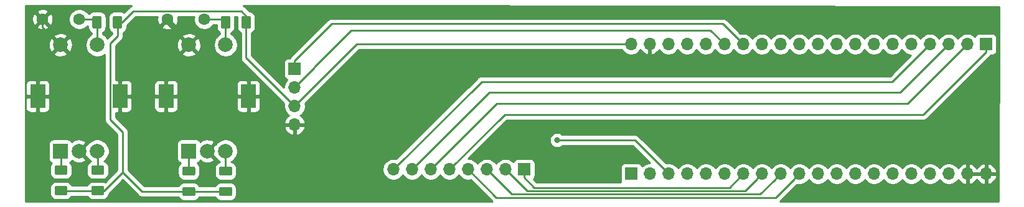
<source format=gbr>
G04 #@! TF.GenerationSoftware,KiCad,Pcbnew,(5.1.5)-3*
G04 #@! TF.CreationDate,2020-11-18T18:17:57+13:00*
G04 #@! TF.ProjectId,MidiControllerV1,4d696469-436f-46e7-9472-6f6c6c657256,rev?*
G04 #@! TF.SameCoordinates,Original*
G04 #@! TF.FileFunction,Copper,L1,Top*
G04 #@! TF.FilePolarity,Positive*
%FSLAX46Y46*%
G04 Gerber Fmt 4.6, Leading zero omitted, Abs format (unit mm)*
G04 Created by KiCad (PCBNEW (5.1.5)-3) date 2020-11-18 18:17:57*
%MOMM*%
%LPD*%
G04 APERTURE LIST*
%ADD10C,2.000000*%
%ADD11R,2.000000X3.200000*%
%ADD12R,2.000000X2.000000*%
%ADD13O,1.700000X1.700000*%
%ADD14R,1.700000X1.700000*%
%ADD15C,1.600000*%
%ADD16C,0.150000*%
%ADD17C,0.800000*%
%ADD18C,0.250000*%
%ADD19C,0.254000*%
G04 APERTURE END LIST*
D10*
X30440000Y-25000000D03*
X25440000Y-25000000D03*
D11*
X33540000Y-32000000D03*
X22340000Y-32000000D03*
D10*
X30440000Y-39500000D03*
X27940000Y-39500000D03*
D12*
X25440000Y-39500000D03*
D13*
X103040000Y-24900000D03*
X105580000Y-24900000D03*
X108120000Y-24900000D03*
X110660000Y-24900000D03*
X113200000Y-24900000D03*
X115740000Y-24900000D03*
X118280000Y-24900000D03*
X120820000Y-24900000D03*
X123360000Y-24900000D03*
X125900000Y-24900000D03*
X128440000Y-24900000D03*
X130980000Y-24900000D03*
X133520000Y-24900000D03*
X136060000Y-24900000D03*
X138600000Y-24900000D03*
X141140000Y-24900000D03*
X143680000Y-24900000D03*
X146220000Y-24900000D03*
X148760000Y-24900000D03*
D14*
X151300000Y-24900000D03*
D15*
X40000000Y-21500000D03*
X45000000Y-21500000D03*
X23000000Y-21500000D03*
X28000000Y-21500000D03*
D13*
X70720000Y-42000000D03*
X73260000Y-42000000D03*
X75800000Y-42000000D03*
X78340000Y-42000000D03*
X80880000Y-42000000D03*
X83420000Y-42000000D03*
X85960000Y-42000000D03*
D14*
X88500000Y-42000000D03*
X57300000Y-28270000D03*
D13*
X57300000Y-30810000D03*
X57300000Y-33350000D03*
X57300000Y-35890000D03*
D14*
X103080000Y-42610000D03*
D13*
X105620000Y-42610000D03*
X108160000Y-42610000D03*
X110700000Y-42610000D03*
X113240000Y-42610000D03*
X115780000Y-42610000D03*
X118320000Y-42610000D03*
X120860000Y-42610000D03*
X123400000Y-42610000D03*
X125940000Y-42610000D03*
X128480000Y-42610000D03*
X131020000Y-42610000D03*
X133560000Y-42610000D03*
X136100000Y-42610000D03*
X138640000Y-42610000D03*
X141180000Y-42610000D03*
X143720000Y-42610000D03*
X146260000Y-42610000D03*
X148800000Y-42610000D03*
X151340000Y-42610000D03*
G04 #@! TA.AperFunction,SMDPad,CuDef*
D16*
G36*
X26149504Y-44276204D02*
G01*
X26173773Y-44279804D01*
X26197571Y-44285765D01*
X26220671Y-44294030D01*
X26242849Y-44304520D01*
X26263893Y-44317133D01*
X26283598Y-44331747D01*
X26301777Y-44348223D01*
X26318253Y-44366402D01*
X26332867Y-44386107D01*
X26345480Y-44407151D01*
X26355970Y-44429329D01*
X26364235Y-44452429D01*
X26370196Y-44476227D01*
X26373796Y-44500496D01*
X26375000Y-44525000D01*
X26375000Y-45275000D01*
X26373796Y-45299504D01*
X26370196Y-45323773D01*
X26364235Y-45347571D01*
X26355970Y-45370671D01*
X26345480Y-45392849D01*
X26332867Y-45413893D01*
X26318253Y-45433598D01*
X26301777Y-45451777D01*
X26283598Y-45468253D01*
X26263893Y-45482867D01*
X26242849Y-45495480D01*
X26220671Y-45505970D01*
X26197571Y-45514235D01*
X26173773Y-45520196D01*
X26149504Y-45523796D01*
X26125000Y-45525000D01*
X24875000Y-45525000D01*
X24850496Y-45523796D01*
X24826227Y-45520196D01*
X24802429Y-45514235D01*
X24779329Y-45505970D01*
X24757151Y-45495480D01*
X24736107Y-45482867D01*
X24716402Y-45468253D01*
X24698223Y-45451777D01*
X24681747Y-45433598D01*
X24667133Y-45413893D01*
X24654520Y-45392849D01*
X24644030Y-45370671D01*
X24635765Y-45347571D01*
X24629804Y-45323773D01*
X24626204Y-45299504D01*
X24625000Y-45275000D01*
X24625000Y-44525000D01*
X24626204Y-44500496D01*
X24629804Y-44476227D01*
X24635765Y-44452429D01*
X24644030Y-44429329D01*
X24654520Y-44407151D01*
X24667133Y-44386107D01*
X24681747Y-44366402D01*
X24698223Y-44348223D01*
X24716402Y-44331747D01*
X24736107Y-44317133D01*
X24757151Y-44304520D01*
X24779329Y-44294030D01*
X24802429Y-44285765D01*
X24826227Y-44279804D01*
X24850496Y-44276204D01*
X24875000Y-44275000D01*
X26125000Y-44275000D01*
X26149504Y-44276204D01*
G37*
G04 #@! TD.AperFunction*
G04 #@! TA.AperFunction,SMDPad,CuDef*
G36*
X26149504Y-41476204D02*
G01*
X26173773Y-41479804D01*
X26197571Y-41485765D01*
X26220671Y-41494030D01*
X26242849Y-41504520D01*
X26263893Y-41517133D01*
X26283598Y-41531747D01*
X26301777Y-41548223D01*
X26318253Y-41566402D01*
X26332867Y-41586107D01*
X26345480Y-41607151D01*
X26355970Y-41629329D01*
X26364235Y-41652429D01*
X26370196Y-41676227D01*
X26373796Y-41700496D01*
X26375000Y-41725000D01*
X26375000Y-42475000D01*
X26373796Y-42499504D01*
X26370196Y-42523773D01*
X26364235Y-42547571D01*
X26355970Y-42570671D01*
X26345480Y-42592849D01*
X26332867Y-42613893D01*
X26318253Y-42633598D01*
X26301777Y-42651777D01*
X26283598Y-42668253D01*
X26263893Y-42682867D01*
X26242849Y-42695480D01*
X26220671Y-42705970D01*
X26197571Y-42714235D01*
X26173773Y-42720196D01*
X26149504Y-42723796D01*
X26125000Y-42725000D01*
X24875000Y-42725000D01*
X24850496Y-42723796D01*
X24826227Y-42720196D01*
X24802429Y-42714235D01*
X24779329Y-42705970D01*
X24757151Y-42695480D01*
X24736107Y-42682867D01*
X24716402Y-42668253D01*
X24698223Y-42651777D01*
X24681747Y-42633598D01*
X24667133Y-42613893D01*
X24654520Y-42592849D01*
X24644030Y-42570671D01*
X24635765Y-42547571D01*
X24629804Y-42523773D01*
X24626204Y-42499504D01*
X24625000Y-42475000D01*
X24625000Y-41725000D01*
X24626204Y-41700496D01*
X24629804Y-41676227D01*
X24635765Y-41652429D01*
X24644030Y-41629329D01*
X24654520Y-41607151D01*
X24667133Y-41586107D01*
X24681747Y-41566402D01*
X24698223Y-41548223D01*
X24716402Y-41531747D01*
X24736107Y-41517133D01*
X24757151Y-41504520D01*
X24779329Y-41494030D01*
X24802429Y-41485765D01*
X24826227Y-41479804D01*
X24850496Y-41476204D01*
X24875000Y-41475000D01*
X26125000Y-41475000D01*
X26149504Y-41476204D01*
G37*
G04 #@! TD.AperFunction*
G04 #@! TA.AperFunction,SMDPad,CuDef*
G36*
X43549504Y-41601204D02*
G01*
X43573773Y-41604804D01*
X43597571Y-41610765D01*
X43620671Y-41619030D01*
X43642849Y-41629520D01*
X43663893Y-41642133D01*
X43683598Y-41656747D01*
X43701777Y-41673223D01*
X43718253Y-41691402D01*
X43732867Y-41711107D01*
X43745480Y-41732151D01*
X43755970Y-41754329D01*
X43764235Y-41777429D01*
X43770196Y-41801227D01*
X43773796Y-41825496D01*
X43775000Y-41850000D01*
X43775000Y-42600000D01*
X43773796Y-42624504D01*
X43770196Y-42648773D01*
X43764235Y-42672571D01*
X43755970Y-42695671D01*
X43745480Y-42717849D01*
X43732867Y-42738893D01*
X43718253Y-42758598D01*
X43701777Y-42776777D01*
X43683598Y-42793253D01*
X43663893Y-42807867D01*
X43642849Y-42820480D01*
X43620671Y-42830970D01*
X43597571Y-42839235D01*
X43573773Y-42845196D01*
X43549504Y-42848796D01*
X43525000Y-42850000D01*
X42275000Y-42850000D01*
X42250496Y-42848796D01*
X42226227Y-42845196D01*
X42202429Y-42839235D01*
X42179329Y-42830970D01*
X42157151Y-42820480D01*
X42136107Y-42807867D01*
X42116402Y-42793253D01*
X42098223Y-42776777D01*
X42081747Y-42758598D01*
X42067133Y-42738893D01*
X42054520Y-42717849D01*
X42044030Y-42695671D01*
X42035765Y-42672571D01*
X42029804Y-42648773D01*
X42026204Y-42624504D01*
X42025000Y-42600000D01*
X42025000Y-41850000D01*
X42026204Y-41825496D01*
X42029804Y-41801227D01*
X42035765Y-41777429D01*
X42044030Y-41754329D01*
X42054520Y-41732151D01*
X42067133Y-41711107D01*
X42081747Y-41691402D01*
X42098223Y-41673223D01*
X42116402Y-41656747D01*
X42136107Y-41642133D01*
X42157151Y-41629520D01*
X42179329Y-41619030D01*
X42202429Y-41610765D01*
X42226227Y-41604804D01*
X42250496Y-41601204D01*
X42275000Y-41600000D01*
X43525000Y-41600000D01*
X43549504Y-41601204D01*
G37*
G04 #@! TD.AperFunction*
G04 #@! TA.AperFunction,SMDPad,CuDef*
G36*
X43549504Y-44401204D02*
G01*
X43573773Y-44404804D01*
X43597571Y-44410765D01*
X43620671Y-44419030D01*
X43642849Y-44429520D01*
X43663893Y-44442133D01*
X43683598Y-44456747D01*
X43701777Y-44473223D01*
X43718253Y-44491402D01*
X43732867Y-44511107D01*
X43745480Y-44532151D01*
X43755970Y-44554329D01*
X43764235Y-44577429D01*
X43770196Y-44601227D01*
X43773796Y-44625496D01*
X43775000Y-44650000D01*
X43775000Y-45400000D01*
X43773796Y-45424504D01*
X43770196Y-45448773D01*
X43764235Y-45472571D01*
X43755970Y-45495671D01*
X43745480Y-45517849D01*
X43732867Y-45538893D01*
X43718253Y-45558598D01*
X43701777Y-45576777D01*
X43683598Y-45593253D01*
X43663893Y-45607867D01*
X43642849Y-45620480D01*
X43620671Y-45630970D01*
X43597571Y-45639235D01*
X43573773Y-45645196D01*
X43549504Y-45648796D01*
X43525000Y-45650000D01*
X42275000Y-45650000D01*
X42250496Y-45648796D01*
X42226227Y-45645196D01*
X42202429Y-45639235D01*
X42179329Y-45630970D01*
X42157151Y-45620480D01*
X42136107Y-45607867D01*
X42116402Y-45593253D01*
X42098223Y-45576777D01*
X42081747Y-45558598D01*
X42067133Y-45538893D01*
X42054520Y-45517849D01*
X42044030Y-45495671D01*
X42035765Y-45472571D01*
X42029804Y-45448773D01*
X42026204Y-45424504D01*
X42025000Y-45400000D01*
X42025000Y-44650000D01*
X42026204Y-44625496D01*
X42029804Y-44601227D01*
X42035765Y-44577429D01*
X42044030Y-44554329D01*
X42054520Y-44532151D01*
X42067133Y-44511107D01*
X42081747Y-44491402D01*
X42098223Y-44473223D01*
X42116402Y-44456747D01*
X42136107Y-44442133D01*
X42157151Y-44429520D01*
X42179329Y-44419030D01*
X42202429Y-44410765D01*
X42226227Y-44404804D01*
X42250496Y-44401204D01*
X42275000Y-44400000D01*
X43525000Y-44400000D01*
X43549504Y-44401204D01*
G37*
G04 #@! TD.AperFunction*
G04 #@! TA.AperFunction,SMDPad,CuDef*
G36*
X31149504Y-41476204D02*
G01*
X31173773Y-41479804D01*
X31197571Y-41485765D01*
X31220671Y-41494030D01*
X31242849Y-41504520D01*
X31263893Y-41517133D01*
X31283598Y-41531747D01*
X31301777Y-41548223D01*
X31318253Y-41566402D01*
X31332867Y-41586107D01*
X31345480Y-41607151D01*
X31355970Y-41629329D01*
X31364235Y-41652429D01*
X31370196Y-41676227D01*
X31373796Y-41700496D01*
X31375000Y-41725000D01*
X31375000Y-42475000D01*
X31373796Y-42499504D01*
X31370196Y-42523773D01*
X31364235Y-42547571D01*
X31355970Y-42570671D01*
X31345480Y-42592849D01*
X31332867Y-42613893D01*
X31318253Y-42633598D01*
X31301777Y-42651777D01*
X31283598Y-42668253D01*
X31263893Y-42682867D01*
X31242849Y-42695480D01*
X31220671Y-42705970D01*
X31197571Y-42714235D01*
X31173773Y-42720196D01*
X31149504Y-42723796D01*
X31125000Y-42725000D01*
X29875000Y-42725000D01*
X29850496Y-42723796D01*
X29826227Y-42720196D01*
X29802429Y-42714235D01*
X29779329Y-42705970D01*
X29757151Y-42695480D01*
X29736107Y-42682867D01*
X29716402Y-42668253D01*
X29698223Y-42651777D01*
X29681747Y-42633598D01*
X29667133Y-42613893D01*
X29654520Y-42592849D01*
X29644030Y-42570671D01*
X29635765Y-42547571D01*
X29629804Y-42523773D01*
X29626204Y-42499504D01*
X29625000Y-42475000D01*
X29625000Y-41725000D01*
X29626204Y-41700496D01*
X29629804Y-41676227D01*
X29635765Y-41652429D01*
X29644030Y-41629329D01*
X29654520Y-41607151D01*
X29667133Y-41586107D01*
X29681747Y-41566402D01*
X29698223Y-41548223D01*
X29716402Y-41531747D01*
X29736107Y-41517133D01*
X29757151Y-41504520D01*
X29779329Y-41494030D01*
X29802429Y-41485765D01*
X29826227Y-41479804D01*
X29850496Y-41476204D01*
X29875000Y-41475000D01*
X31125000Y-41475000D01*
X31149504Y-41476204D01*
G37*
G04 #@! TD.AperFunction*
G04 #@! TA.AperFunction,SMDPad,CuDef*
G36*
X31149504Y-44276204D02*
G01*
X31173773Y-44279804D01*
X31197571Y-44285765D01*
X31220671Y-44294030D01*
X31242849Y-44304520D01*
X31263893Y-44317133D01*
X31283598Y-44331747D01*
X31301777Y-44348223D01*
X31318253Y-44366402D01*
X31332867Y-44386107D01*
X31345480Y-44407151D01*
X31355970Y-44429329D01*
X31364235Y-44452429D01*
X31370196Y-44476227D01*
X31373796Y-44500496D01*
X31375000Y-44525000D01*
X31375000Y-45275000D01*
X31373796Y-45299504D01*
X31370196Y-45323773D01*
X31364235Y-45347571D01*
X31355970Y-45370671D01*
X31345480Y-45392849D01*
X31332867Y-45413893D01*
X31318253Y-45433598D01*
X31301777Y-45451777D01*
X31283598Y-45468253D01*
X31263893Y-45482867D01*
X31242849Y-45495480D01*
X31220671Y-45505970D01*
X31197571Y-45514235D01*
X31173773Y-45520196D01*
X31149504Y-45523796D01*
X31125000Y-45525000D01*
X29875000Y-45525000D01*
X29850496Y-45523796D01*
X29826227Y-45520196D01*
X29802429Y-45514235D01*
X29779329Y-45505970D01*
X29757151Y-45495480D01*
X29736107Y-45482867D01*
X29716402Y-45468253D01*
X29698223Y-45451777D01*
X29681747Y-45433598D01*
X29667133Y-45413893D01*
X29654520Y-45392849D01*
X29644030Y-45370671D01*
X29635765Y-45347571D01*
X29629804Y-45323773D01*
X29626204Y-45299504D01*
X29625000Y-45275000D01*
X29625000Y-44525000D01*
X29626204Y-44500496D01*
X29629804Y-44476227D01*
X29635765Y-44452429D01*
X29644030Y-44429329D01*
X29654520Y-44407151D01*
X29667133Y-44386107D01*
X29681747Y-44366402D01*
X29698223Y-44348223D01*
X29716402Y-44331747D01*
X29736107Y-44317133D01*
X29757151Y-44304520D01*
X29779329Y-44294030D01*
X29802429Y-44285765D01*
X29826227Y-44279804D01*
X29850496Y-44276204D01*
X29875000Y-44275000D01*
X31125000Y-44275000D01*
X31149504Y-44276204D01*
G37*
G04 #@! TD.AperFunction*
G04 #@! TA.AperFunction,SMDPad,CuDef*
G36*
X48549504Y-41601204D02*
G01*
X48573773Y-41604804D01*
X48597571Y-41610765D01*
X48620671Y-41619030D01*
X48642849Y-41629520D01*
X48663893Y-41642133D01*
X48683598Y-41656747D01*
X48701777Y-41673223D01*
X48718253Y-41691402D01*
X48732867Y-41711107D01*
X48745480Y-41732151D01*
X48755970Y-41754329D01*
X48764235Y-41777429D01*
X48770196Y-41801227D01*
X48773796Y-41825496D01*
X48775000Y-41850000D01*
X48775000Y-42600000D01*
X48773796Y-42624504D01*
X48770196Y-42648773D01*
X48764235Y-42672571D01*
X48755970Y-42695671D01*
X48745480Y-42717849D01*
X48732867Y-42738893D01*
X48718253Y-42758598D01*
X48701777Y-42776777D01*
X48683598Y-42793253D01*
X48663893Y-42807867D01*
X48642849Y-42820480D01*
X48620671Y-42830970D01*
X48597571Y-42839235D01*
X48573773Y-42845196D01*
X48549504Y-42848796D01*
X48525000Y-42850000D01*
X47275000Y-42850000D01*
X47250496Y-42848796D01*
X47226227Y-42845196D01*
X47202429Y-42839235D01*
X47179329Y-42830970D01*
X47157151Y-42820480D01*
X47136107Y-42807867D01*
X47116402Y-42793253D01*
X47098223Y-42776777D01*
X47081747Y-42758598D01*
X47067133Y-42738893D01*
X47054520Y-42717849D01*
X47044030Y-42695671D01*
X47035765Y-42672571D01*
X47029804Y-42648773D01*
X47026204Y-42624504D01*
X47025000Y-42600000D01*
X47025000Y-41850000D01*
X47026204Y-41825496D01*
X47029804Y-41801227D01*
X47035765Y-41777429D01*
X47044030Y-41754329D01*
X47054520Y-41732151D01*
X47067133Y-41711107D01*
X47081747Y-41691402D01*
X47098223Y-41673223D01*
X47116402Y-41656747D01*
X47136107Y-41642133D01*
X47157151Y-41629520D01*
X47179329Y-41619030D01*
X47202429Y-41610765D01*
X47226227Y-41604804D01*
X47250496Y-41601204D01*
X47275000Y-41600000D01*
X48525000Y-41600000D01*
X48549504Y-41601204D01*
G37*
G04 #@! TD.AperFunction*
G04 #@! TA.AperFunction,SMDPad,CuDef*
G36*
X48549504Y-44401204D02*
G01*
X48573773Y-44404804D01*
X48597571Y-44410765D01*
X48620671Y-44419030D01*
X48642849Y-44429520D01*
X48663893Y-44442133D01*
X48683598Y-44456747D01*
X48701777Y-44473223D01*
X48718253Y-44491402D01*
X48732867Y-44511107D01*
X48745480Y-44532151D01*
X48755970Y-44554329D01*
X48764235Y-44577429D01*
X48770196Y-44601227D01*
X48773796Y-44625496D01*
X48775000Y-44650000D01*
X48775000Y-45400000D01*
X48773796Y-45424504D01*
X48770196Y-45448773D01*
X48764235Y-45472571D01*
X48755970Y-45495671D01*
X48745480Y-45517849D01*
X48732867Y-45538893D01*
X48718253Y-45558598D01*
X48701777Y-45576777D01*
X48683598Y-45593253D01*
X48663893Y-45607867D01*
X48642849Y-45620480D01*
X48620671Y-45630970D01*
X48597571Y-45639235D01*
X48573773Y-45645196D01*
X48549504Y-45648796D01*
X48525000Y-45650000D01*
X47275000Y-45650000D01*
X47250496Y-45648796D01*
X47226227Y-45645196D01*
X47202429Y-45639235D01*
X47179329Y-45630970D01*
X47157151Y-45620480D01*
X47136107Y-45607867D01*
X47116402Y-45593253D01*
X47098223Y-45576777D01*
X47081747Y-45558598D01*
X47067133Y-45538893D01*
X47054520Y-45517849D01*
X47044030Y-45495671D01*
X47035765Y-45472571D01*
X47029804Y-45448773D01*
X47026204Y-45424504D01*
X47025000Y-45400000D01*
X47025000Y-44650000D01*
X47026204Y-44625496D01*
X47029804Y-44601227D01*
X47035765Y-44577429D01*
X47044030Y-44554329D01*
X47054520Y-44532151D01*
X47067133Y-44511107D01*
X47081747Y-44491402D01*
X47098223Y-44473223D01*
X47116402Y-44456747D01*
X47136107Y-44442133D01*
X47157151Y-44429520D01*
X47179329Y-44419030D01*
X47202429Y-44410765D01*
X47226227Y-44404804D01*
X47250496Y-44401204D01*
X47275000Y-44400000D01*
X48525000Y-44400000D01*
X48549504Y-44401204D01*
G37*
G04 #@! TD.AperFunction*
G04 #@! TA.AperFunction,SMDPad,CuDef*
G36*
X30799504Y-21026204D02*
G01*
X30823773Y-21029804D01*
X30847571Y-21035765D01*
X30870671Y-21044030D01*
X30892849Y-21054520D01*
X30913893Y-21067133D01*
X30933598Y-21081747D01*
X30951777Y-21098223D01*
X30968253Y-21116402D01*
X30982867Y-21136107D01*
X30995480Y-21157151D01*
X31005970Y-21179329D01*
X31014235Y-21202429D01*
X31020196Y-21226227D01*
X31023796Y-21250496D01*
X31025000Y-21275000D01*
X31025000Y-22525000D01*
X31023796Y-22549504D01*
X31020196Y-22573773D01*
X31014235Y-22597571D01*
X31005970Y-22620671D01*
X30995480Y-22642849D01*
X30982867Y-22663893D01*
X30968253Y-22683598D01*
X30951777Y-22701777D01*
X30933598Y-22718253D01*
X30913893Y-22732867D01*
X30892849Y-22745480D01*
X30870671Y-22755970D01*
X30847571Y-22764235D01*
X30823773Y-22770196D01*
X30799504Y-22773796D01*
X30775000Y-22775000D01*
X30025000Y-22775000D01*
X30000496Y-22773796D01*
X29976227Y-22770196D01*
X29952429Y-22764235D01*
X29929329Y-22755970D01*
X29907151Y-22745480D01*
X29886107Y-22732867D01*
X29866402Y-22718253D01*
X29848223Y-22701777D01*
X29831747Y-22683598D01*
X29817133Y-22663893D01*
X29804520Y-22642849D01*
X29794030Y-22620671D01*
X29785765Y-22597571D01*
X29779804Y-22573773D01*
X29776204Y-22549504D01*
X29775000Y-22525000D01*
X29775000Y-21275000D01*
X29776204Y-21250496D01*
X29779804Y-21226227D01*
X29785765Y-21202429D01*
X29794030Y-21179329D01*
X29804520Y-21157151D01*
X29817133Y-21136107D01*
X29831747Y-21116402D01*
X29848223Y-21098223D01*
X29866402Y-21081747D01*
X29886107Y-21067133D01*
X29907151Y-21054520D01*
X29929329Y-21044030D01*
X29952429Y-21035765D01*
X29976227Y-21029804D01*
X30000496Y-21026204D01*
X30025000Y-21025000D01*
X30775000Y-21025000D01*
X30799504Y-21026204D01*
G37*
G04 #@! TD.AperFunction*
G04 #@! TA.AperFunction,SMDPad,CuDef*
G36*
X33599504Y-21026204D02*
G01*
X33623773Y-21029804D01*
X33647571Y-21035765D01*
X33670671Y-21044030D01*
X33692849Y-21054520D01*
X33713893Y-21067133D01*
X33733598Y-21081747D01*
X33751777Y-21098223D01*
X33768253Y-21116402D01*
X33782867Y-21136107D01*
X33795480Y-21157151D01*
X33805970Y-21179329D01*
X33814235Y-21202429D01*
X33820196Y-21226227D01*
X33823796Y-21250496D01*
X33825000Y-21275000D01*
X33825000Y-22525000D01*
X33823796Y-22549504D01*
X33820196Y-22573773D01*
X33814235Y-22597571D01*
X33805970Y-22620671D01*
X33795480Y-22642849D01*
X33782867Y-22663893D01*
X33768253Y-22683598D01*
X33751777Y-22701777D01*
X33733598Y-22718253D01*
X33713893Y-22732867D01*
X33692849Y-22745480D01*
X33670671Y-22755970D01*
X33647571Y-22764235D01*
X33623773Y-22770196D01*
X33599504Y-22773796D01*
X33575000Y-22775000D01*
X32825000Y-22775000D01*
X32800496Y-22773796D01*
X32776227Y-22770196D01*
X32752429Y-22764235D01*
X32729329Y-22755970D01*
X32707151Y-22745480D01*
X32686107Y-22732867D01*
X32666402Y-22718253D01*
X32648223Y-22701777D01*
X32631747Y-22683598D01*
X32617133Y-22663893D01*
X32604520Y-22642849D01*
X32594030Y-22620671D01*
X32585765Y-22597571D01*
X32579804Y-22573773D01*
X32576204Y-22549504D01*
X32575000Y-22525000D01*
X32575000Y-21275000D01*
X32576204Y-21250496D01*
X32579804Y-21226227D01*
X32585765Y-21202429D01*
X32594030Y-21179329D01*
X32604520Y-21157151D01*
X32617133Y-21136107D01*
X32631747Y-21116402D01*
X32648223Y-21098223D01*
X32666402Y-21081747D01*
X32686107Y-21067133D01*
X32707151Y-21054520D01*
X32729329Y-21044030D01*
X32752429Y-21035765D01*
X32776227Y-21029804D01*
X32800496Y-21026204D01*
X32825000Y-21025000D01*
X33575000Y-21025000D01*
X33599504Y-21026204D01*
G37*
G04 #@! TD.AperFunction*
G04 #@! TA.AperFunction,SMDPad,CuDef*
G36*
X48299504Y-21026204D02*
G01*
X48323773Y-21029804D01*
X48347571Y-21035765D01*
X48370671Y-21044030D01*
X48392849Y-21054520D01*
X48413893Y-21067133D01*
X48433598Y-21081747D01*
X48451777Y-21098223D01*
X48468253Y-21116402D01*
X48482867Y-21136107D01*
X48495480Y-21157151D01*
X48505970Y-21179329D01*
X48514235Y-21202429D01*
X48520196Y-21226227D01*
X48523796Y-21250496D01*
X48525000Y-21275000D01*
X48525000Y-22525000D01*
X48523796Y-22549504D01*
X48520196Y-22573773D01*
X48514235Y-22597571D01*
X48505970Y-22620671D01*
X48495480Y-22642849D01*
X48482867Y-22663893D01*
X48468253Y-22683598D01*
X48451777Y-22701777D01*
X48433598Y-22718253D01*
X48413893Y-22732867D01*
X48392849Y-22745480D01*
X48370671Y-22755970D01*
X48347571Y-22764235D01*
X48323773Y-22770196D01*
X48299504Y-22773796D01*
X48275000Y-22775000D01*
X47525000Y-22775000D01*
X47500496Y-22773796D01*
X47476227Y-22770196D01*
X47452429Y-22764235D01*
X47429329Y-22755970D01*
X47407151Y-22745480D01*
X47386107Y-22732867D01*
X47366402Y-22718253D01*
X47348223Y-22701777D01*
X47331747Y-22683598D01*
X47317133Y-22663893D01*
X47304520Y-22642849D01*
X47294030Y-22620671D01*
X47285765Y-22597571D01*
X47279804Y-22573773D01*
X47276204Y-22549504D01*
X47275000Y-22525000D01*
X47275000Y-21275000D01*
X47276204Y-21250496D01*
X47279804Y-21226227D01*
X47285765Y-21202429D01*
X47294030Y-21179329D01*
X47304520Y-21157151D01*
X47317133Y-21136107D01*
X47331747Y-21116402D01*
X47348223Y-21098223D01*
X47366402Y-21081747D01*
X47386107Y-21067133D01*
X47407151Y-21054520D01*
X47429329Y-21044030D01*
X47452429Y-21035765D01*
X47476227Y-21029804D01*
X47500496Y-21026204D01*
X47525000Y-21025000D01*
X48275000Y-21025000D01*
X48299504Y-21026204D01*
G37*
G04 #@! TD.AperFunction*
G04 #@! TA.AperFunction,SMDPad,CuDef*
G36*
X51099504Y-21026204D02*
G01*
X51123773Y-21029804D01*
X51147571Y-21035765D01*
X51170671Y-21044030D01*
X51192849Y-21054520D01*
X51213893Y-21067133D01*
X51233598Y-21081747D01*
X51251777Y-21098223D01*
X51268253Y-21116402D01*
X51282867Y-21136107D01*
X51295480Y-21157151D01*
X51305970Y-21179329D01*
X51314235Y-21202429D01*
X51320196Y-21226227D01*
X51323796Y-21250496D01*
X51325000Y-21275000D01*
X51325000Y-22525000D01*
X51323796Y-22549504D01*
X51320196Y-22573773D01*
X51314235Y-22597571D01*
X51305970Y-22620671D01*
X51295480Y-22642849D01*
X51282867Y-22663893D01*
X51268253Y-22683598D01*
X51251777Y-22701777D01*
X51233598Y-22718253D01*
X51213893Y-22732867D01*
X51192849Y-22745480D01*
X51170671Y-22755970D01*
X51147571Y-22764235D01*
X51123773Y-22770196D01*
X51099504Y-22773796D01*
X51075000Y-22775000D01*
X50325000Y-22775000D01*
X50300496Y-22773796D01*
X50276227Y-22770196D01*
X50252429Y-22764235D01*
X50229329Y-22755970D01*
X50207151Y-22745480D01*
X50186107Y-22732867D01*
X50166402Y-22718253D01*
X50148223Y-22701777D01*
X50131747Y-22683598D01*
X50117133Y-22663893D01*
X50104520Y-22642849D01*
X50094030Y-22620671D01*
X50085765Y-22597571D01*
X50079804Y-22573773D01*
X50076204Y-22549504D01*
X50075000Y-22525000D01*
X50075000Y-21275000D01*
X50076204Y-21250496D01*
X50079804Y-21226227D01*
X50085765Y-21202429D01*
X50094030Y-21179329D01*
X50104520Y-21157151D01*
X50117133Y-21136107D01*
X50131747Y-21116402D01*
X50148223Y-21098223D01*
X50166402Y-21081747D01*
X50186107Y-21067133D01*
X50207151Y-21054520D01*
X50229329Y-21044030D01*
X50252429Y-21035765D01*
X50276227Y-21029804D01*
X50300496Y-21026204D01*
X50325000Y-21025000D01*
X51075000Y-21025000D01*
X51099504Y-21026204D01*
G37*
G04 #@! TD.AperFunction*
D10*
X47900000Y-24995000D03*
X42900000Y-24995000D03*
D11*
X51000000Y-31995000D03*
X39800000Y-31995000D03*
D10*
X47900000Y-39495000D03*
X45400000Y-39495000D03*
D12*
X42900000Y-39495000D03*
D17*
X93000000Y-38000000D03*
D18*
X23000000Y-22560000D02*
X23000000Y-21500000D01*
X25440000Y-25000000D02*
X23000000Y-22560000D01*
X40000000Y-22095000D02*
X40000000Y-21500000D01*
X42900000Y-24995000D02*
X40000000Y-22095000D01*
X88500000Y-43100000D02*
X89900000Y-44500000D01*
X88500000Y-42000000D02*
X88500000Y-43100000D01*
X116430000Y-44500000D02*
X118320000Y-42610000D01*
X89900000Y-44500000D02*
X116430000Y-44500000D01*
X120010001Y-43459999D02*
X120860000Y-42610000D01*
X118519991Y-44950009D02*
X120010001Y-43459999D01*
X88910009Y-44950009D02*
X118519991Y-44950009D01*
X85960000Y-42000000D02*
X88910009Y-44950009D01*
X122550001Y-43459999D02*
X123400000Y-42610000D01*
X120609982Y-45400018D02*
X122550001Y-43459999D01*
X86820018Y-45400018D02*
X120609982Y-45400018D01*
X83420000Y-42000000D02*
X86820018Y-45400018D01*
X125090001Y-43459999D02*
X125940000Y-42610000D01*
X122699973Y-45850027D02*
X125090001Y-43459999D01*
X84730027Y-45850027D02*
X122699973Y-45850027D01*
X80880000Y-42000000D02*
X84730027Y-45850027D01*
X78340000Y-42000000D02*
X85840000Y-34500000D01*
X151300000Y-26000000D02*
X151300000Y-24900000D01*
X142800000Y-34500000D02*
X151300000Y-26000000D01*
X85840000Y-34500000D02*
X142800000Y-34500000D01*
X75800000Y-42000000D02*
X84800000Y-33000000D01*
X140660000Y-33000000D02*
X148760000Y-24900000D01*
X84800000Y-33000000D02*
X140660000Y-33000000D01*
X118280000Y-24900000D02*
X115500000Y-22120000D01*
X57300000Y-27170000D02*
X57300000Y-28270000D01*
X62350000Y-22120000D02*
X57300000Y-27170000D01*
X115500000Y-22120000D02*
X62350000Y-22120000D01*
X65000000Y-23000000D02*
X113840000Y-23000000D01*
X60000000Y-28000000D02*
X65000000Y-23000000D01*
X113840000Y-23000000D02*
X115740000Y-24900000D01*
X57300000Y-30810000D02*
X60000000Y-28110000D01*
X60000000Y-28110000D02*
X60000000Y-28000000D01*
X32214999Y-35214999D02*
X32214999Y-24785001D01*
X33900000Y-36900000D02*
X32214999Y-35214999D01*
X33200000Y-23800000D02*
X33200000Y-21900000D01*
X32214999Y-24785001D02*
X33200000Y-23800000D01*
X25500000Y-44900000D02*
X30500000Y-44900000D01*
X31375000Y-44900000D02*
X30500000Y-44900000D01*
X33900000Y-42375000D02*
X31375000Y-44900000D01*
X33900000Y-36900000D02*
X33900000Y-42375000D01*
X42025000Y-45025000D02*
X42900000Y-45025000D01*
X36550000Y-45025000D02*
X42025000Y-45025000D01*
X33900000Y-42375000D02*
X36550000Y-45025000D01*
X42900000Y-45025000D02*
X47900000Y-45025000D01*
X50700000Y-21025000D02*
X50700000Y-21900000D01*
X50049999Y-20374999D02*
X50700000Y-21025000D01*
X33825000Y-21900000D02*
X35350001Y-20374999D01*
X35350001Y-20374999D02*
X50049999Y-20374999D01*
X33200000Y-21900000D02*
X33825000Y-21900000D01*
X50700000Y-26750000D02*
X50700000Y-21900000D01*
X57300000Y-33350000D02*
X50700000Y-26750000D01*
X65750000Y-24900000D02*
X103040000Y-24900000D01*
X57300000Y-33350000D02*
X65750000Y-24900000D01*
X70720000Y-42000000D02*
X82720000Y-30000000D01*
X138580000Y-30000000D02*
X143680000Y-24900000D01*
X82720000Y-30000000D02*
X138580000Y-30000000D01*
X73260000Y-42000000D02*
X83760000Y-31500000D01*
X139620000Y-31500000D02*
X146220000Y-24900000D01*
X83760000Y-31500000D02*
X139620000Y-31500000D01*
X30000000Y-21500000D02*
X30400000Y-21900000D01*
X28000000Y-21500000D02*
X30000000Y-21500000D01*
X30440000Y-21940000D02*
X30400000Y-21900000D01*
X30440000Y-25000000D02*
X30440000Y-21940000D01*
X103550000Y-38000000D02*
X108160000Y-42610000D01*
X93000000Y-38000000D02*
X103550000Y-38000000D01*
X30500000Y-39560000D02*
X30440000Y-39500000D01*
X30500000Y-42100000D02*
X30500000Y-39560000D01*
X25500000Y-39560000D02*
X25440000Y-39500000D01*
X25500000Y-42100000D02*
X25500000Y-39560000D01*
X47900000Y-42225000D02*
X47900000Y-39495000D01*
X42900000Y-42225000D02*
X42900000Y-39495000D01*
X47900000Y-24995000D02*
X47900000Y-21900000D01*
X45000000Y-21500000D02*
X47500000Y-21500000D01*
X47500000Y-21500000D02*
X47900000Y-21900000D01*
D19*
G36*
X35057754Y-19669453D02*
G01*
X34925724Y-19740025D01*
X34842084Y-19808667D01*
X34810000Y-19834998D01*
X34786202Y-19863996D01*
X34093222Y-20556977D01*
X34068386Y-20536595D01*
X33914850Y-20454528D01*
X33748254Y-20403992D01*
X33575000Y-20386928D01*
X32825000Y-20386928D01*
X32651746Y-20403992D01*
X32485150Y-20454528D01*
X32331614Y-20536595D01*
X32197038Y-20647038D01*
X32086595Y-20781614D01*
X32004528Y-20935150D01*
X31953992Y-21101746D01*
X31936928Y-21275000D01*
X31936928Y-22525000D01*
X31953992Y-22698254D01*
X32004528Y-22864850D01*
X32086595Y-23018386D01*
X32197038Y-23152962D01*
X32331614Y-23263405D01*
X32440000Y-23321339D01*
X32440000Y-23485198D01*
X31813113Y-24112086D01*
X31709987Y-23957748D01*
X31482252Y-23730013D01*
X31214463Y-23551082D01*
X31200000Y-23545091D01*
X31200000Y-23299958D01*
X31268386Y-23263405D01*
X31402962Y-23152962D01*
X31513405Y-23018386D01*
X31595472Y-22864850D01*
X31646008Y-22698254D01*
X31663072Y-22525000D01*
X31663072Y-21275000D01*
X31646008Y-21101746D01*
X31595472Y-20935150D01*
X31513405Y-20781614D01*
X31402962Y-20647038D01*
X31268386Y-20536595D01*
X31114850Y-20454528D01*
X30948254Y-20403992D01*
X30775000Y-20386928D01*
X30025000Y-20386928D01*
X29851746Y-20403992D01*
X29685150Y-20454528D01*
X29531614Y-20536595D01*
X29397038Y-20647038D01*
X29320747Y-20740000D01*
X29218043Y-20740000D01*
X29114637Y-20585241D01*
X28914759Y-20385363D01*
X28679727Y-20228320D01*
X28418574Y-20120147D01*
X28141335Y-20065000D01*
X27858665Y-20065000D01*
X27581426Y-20120147D01*
X27320273Y-20228320D01*
X27085241Y-20385363D01*
X26885363Y-20585241D01*
X26728320Y-20820273D01*
X26620147Y-21081426D01*
X26565000Y-21358665D01*
X26565000Y-21641335D01*
X26620147Y-21918574D01*
X26728320Y-22179727D01*
X26885363Y-22414759D01*
X27085241Y-22614637D01*
X27320273Y-22771680D01*
X27581426Y-22879853D01*
X27858665Y-22935000D01*
X28141335Y-22935000D01*
X28418574Y-22879853D01*
X28679727Y-22771680D01*
X28914759Y-22614637D01*
X29114637Y-22414759D01*
X29136928Y-22381398D01*
X29136928Y-22525000D01*
X29153992Y-22698254D01*
X29204528Y-22864850D01*
X29286595Y-23018386D01*
X29397038Y-23152962D01*
X29531614Y-23263405D01*
X29680001Y-23342720D01*
X29680000Y-23545091D01*
X29665537Y-23551082D01*
X29397748Y-23730013D01*
X29170013Y-23957748D01*
X28991082Y-24225537D01*
X28867832Y-24523088D01*
X28805000Y-24838967D01*
X28805000Y-25161033D01*
X28867832Y-25476912D01*
X28991082Y-25774463D01*
X29170013Y-26042252D01*
X29397748Y-26269987D01*
X29665537Y-26448918D01*
X29963088Y-26572168D01*
X30278967Y-26635000D01*
X30601033Y-26635000D01*
X30916912Y-26572168D01*
X31214463Y-26448918D01*
X31455000Y-26288196D01*
X31454999Y-35177677D01*
X31451323Y-35214999D01*
X31454999Y-35252321D01*
X31454999Y-35252331D01*
X31465996Y-35363984D01*
X31509453Y-35507245D01*
X31580025Y-35639275D01*
X31619870Y-35687825D01*
X31674998Y-35755000D01*
X31704002Y-35778803D01*
X33140000Y-37214802D01*
X33140001Y-42060197D01*
X31484935Y-43715264D01*
X31464850Y-43704528D01*
X31298254Y-43653992D01*
X31125000Y-43636928D01*
X29875000Y-43636928D01*
X29701746Y-43653992D01*
X29535150Y-43704528D01*
X29381614Y-43786595D01*
X29247038Y-43897038D01*
X29136595Y-44031614D01*
X29078661Y-44140000D01*
X26921339Y-44140000D01*
X26863405Y-44031614D01*
X26752962Y-43897038D01*
X26618386Y-43786595D01*
X26464850Y-43704528D01*
X26298254Y-43653992D01*
X26125000Y-43636928D01*
X24875000Y-43636928D01*
X24701746Y-43653992D01*
X24535150Y-43704528D01*
X24381614Y-43786595D01*
X24247038Y-43897038D01*
X24136595Y-44031614D01*
X24054528Y-44185150D01*
X24003992Y-44351746D01*
X23986928Y-44525000D01*
X23986928Y-45275000D01*
X24003992Y-45448254D01*
X24054528Y-45614850D01*
X24136595Y-45768386D01*
X24247038Y-45902962D01*
X24381614Y-46013405D01*
X24535150Y-46095472D01*
X24701746Y-46146008D01*
X24875000Y-46163072D01*
X26125000Y-46163072D01*
X26298254Y-46146008D01*
X26464850Y-46095472D01*
X26618386Y-46013405D01*
X26752962Y-45902962D01*
X26863405Y-45768386D01*
X26921339Y-45660000D01*
X29078661Y-45660000D01*
X29136595Y-45768386D01*
X29247038Y-45902962D01*
X29381614Y-46013405D01*
X29535150Y-46095472D01*
X29701746Y-46146008D01*
X29875000Y-46163072D01*
X31125000Y-46163072D01*
X31298254Y-46146008D01*
X31464850Y-46095472D01*
X31618386Y-46013405D01*
X31752962Y-45902962D01*
X31863405Y-45768386D01*
X31945472Y-45614850D01*
X31996008Y-45448254D01*
X32006328Y-45343473D01*
X33900000Y-43449801D01*
X35986201Y-45536003D01*
X36009999Y-45565001D01*
X36038997Y-45588799D01*
X36125723Y-45659974D01*
X36226209Y-45713685D01*
X36257753Y-45730546D01*
X36401014Y-45774003D01*
X36512667Y-45785000D01*
X36512677Y-45785000D01*
X36550000Y-45788676D01*
X36587323Y-45785000D01*
X41478661Y-45785000D01*
X41536595Y-45893386D01*
X41647038Y-46027962D01*
X41781614Y-46138405D01*
X41935150Y-46220472D01*
X42101746Y-46271008D01*
X42275000Y-46288072D01*
X43525000Y-46288072D01*
X43698254Y-46271008D01*
X43864850Y-46220472D01*
X44018386Y-46138405D01*
X44152962Y-46027962D01*
X44263405Y-45893386D01*
X44321339Y-45785000D01*
X46478661Y-45785000D01*
X46536595Y-45893386D01*
X46647038Y-46027962D01*
X46781614Y-46138405D01*
X46935150Y-46220472D01*
X47101746Y-46271008D01*
X47275000Y-46288072D01*
X48525000Y-46288072D01*
X48698254Y-46271008D01*
X48864850Y-46220472D01*
X49018386Y-46138405D01*
X49152962Y-46027962D01*
X49263405Y-45893386D01*
X49345472Y-45739850D01*
X49396008Y-45573254D01*
X49413072Y-45400000D01*
X49413072Y-44650000D01*
X49396008Y-44476746D01*
X49345472Y-44310150D01*
X49263405Y-44156614D01*
X49152962Y-44022038D01*
X49018386Y-43911595D01*
X48864850Y-43829528D01*
X48698254Y-43778992D01*
X48525000Y-43761928D01*
X47275000Y-43761928D01*
X47101746Y-43778992D01*
X46935150Y-43829528D01*
X46781614Y-43911595D01*
X46647038Y-44022038D01*
X46536595Y-44156614D01*
X46478661Y-44265000D01*
X44321339Y-44265000D01*
X44263405Y-44156614D01*
X44152962Y-44022038D01*
X44018386Y-43911595D01*
X43864850Y-43829528D01*
X43698254Y-43778992D01*
X43525000Y-43761928D01*
X42275000Y-43761928D01*
X42101746Y-43778992D01*
X41935150Y-43829528D01*
X41781614Y-43911595D01*
X41647038Y-44022038D01*
X41536595Y-44156614D01*
X41478661Y-44265000D01*
X36864802Y-44265000D01*
X34660000Y-42060199D01*
X34660000Y-38495000D01*
X41261928Y-38495000D01*
X41261928Y-40495000D01*
X41274188Y-40619482D01*
X41310498Y-40739180D01*
X41369463Y-40849494D01*
X41448815Y-40946185D01*
X41545506Y-41025537D01*
X41655820Y-41084502D01*
X41771769Y-41119675D01*
X41647038Y-41222038D01*
X41536595Y-41356614D01*
X41454528Y-41510150D01*
X41403992Y-41676746D01*
X41386928Y-41850000D01*
X41386928Y-42600000D01*
X41403992Y-42773254D01*
X41454528Y-42939850D01*
X41536595Y-43093386D01*
X41647038Y-43227962D01*
X41781614Y-43338405D01*
X41935150Y-43420472D01*
X42101746Y-43471008D01*
X42275000Y-43488072D01*
X43525000Y-43488072D01*
X43698254Y-43471008D01*
X43864850Y-43420472D01*
X44018386Y-43338405D01*
X44152962Y-43227962D01*
X44263405Y-43093386D01*
X44345472Y-42939850D01*
X44396008Y-42773254D01*
X44413072Y-42600000D01*
X44413072Y-41850000D01*
X44396008Y-41676746D01*
X44345472Y-41510150D01*
X44263405Y-41356614D01*
X44152962Y-41222038D01*
X44028231Y-41119675D01*
X44144180Y-41084502D01*
X44254494Y-41025537D01*
X44351185Y-40946185D01*
X44430537Y-40849494D01*
X44485976Y-40745777D01*
X44539956Y-40894814D01*
X44829571Y-41035704D01*
X45141108Y-41117384D01*
X45462595Y-41136718D01*
X45781675Y-41092961D01*
X46086088Y-40987795D01*
X46260044Y-40894814D01*
X46355808Y-40630413D01*
X45400000Y-39674605D01*
X45385858Y-39688748D01*
X45206253Y-39509143D01*
X45220395Y-39495000D01*
X45579605Y-39495000D01*
X46535413Y-40450808D01*
X46565075Y-40440065D01*
X46630013Y-40537252D01*
X46857748Y-40764987D01*
X47125537Y-40943918D01*
X47140000Y-40949909D01*
X47140000Y-40975224D01*
X47101746Y-40978992D01*
X46935150Y-41029528D01*
X46781614Y-41111595D01*
X46647038Y-41222038D01*
X46536595Y-41356614D01*
X46454528Y-41510150D01*
X46403992Y-41676746D01*
X46386928Y-41850000D01*
X46386928Y-42600000D01*
X46403992Y-42773254D01*
X46454528Y-42939850D01*
X46536595Y-43093386D01*
X46647038Y-43227962D01*
X46781614Y-43338405D01*
X46935150Y-43420472D01*
X47101746Y-43471008D01*
X47275000Y-43488072D01*
X48525000Y-43488072D01*
X48698254Y-43471008D01*
X48864850Y-43420472D01*
X49018386Y-43338405D01*
X49152962Y-43227962D01*
X49263405Y-43093386D01*
X49345472Y-42939850D01*
X49396008Y-42773254D01*
X49413072Y-42600000D01*
X49413072Y-41850000D01*
X49396008Y-41676746D01*
X49345472Y-41510150D01*
X49263405Y-41356614D01*
X49152962Y-41222038D01*
X49018386Y-41111595D01*
X48864850Y-41029528D01*
X48698254Y-40978992D01*
X48660000Y-40975224D01*
X48660000Y-40949909D01*
X48674463Y-40943918D01*
X48942252Y-40764987D01*
X49169987Y-40537252D01*
X49348918Y-40269463D01*
X49472168Y-39971912D01*
X49535000Y-39656033D01*
X49535000Y-39333967D01*
X49472168Y-39018088D01*
X49348918Y-38720537D01*
X49169987Y-38452748D01*
X48942252Y-38225013D01*
X48674463Y-38046082D01*
X48376912Y-37922832D01*
X48061033Y-37860000D01*
X47738967Y-37860000D01*
X47423088Y-37922832D01*
X47125537Y-38046082D01*
X46857748Y-38225013D01*
X46630013Y-38452748D01*
X46565075Y-38549935D01*
X46535413Y-38539192D01*
X45579605Y-39495000D01*
X45220395Y-39495000D01*
X45206253Y-39480858D01*
X45385858Y-39301253D01*
X45400000Y-39315395D01*
X46355808Y-38359587D01*
X46260044Y-38095186D01*
X45970429Y-37954296D01*
X45658892Y-37872616D01*
X45337405Y-37853282D01*
X45018325Y-37897039D01*
X44713912Y-38002205D01*
X44539956Y-38095186D01*
X44485976Y-38244223D01*
X44430537Y-38140506D01*
X44351185Y-38043815D01*
X44254494Y-37964463D01*
X44144180Y-37905498D01*
X44024482Y-37869188D01*
X43900000Y-37856928D01*
X41900000Y-37856928D01*
X41775518Y-37869188D01*
X41655820Y-37905498D01*
X41545506Y-37964463D01*
X41448815Y-38043815D01*
X41369463Y-38140506D01*
X41310498Y-38250820D01*
X41274188Y-38370518D01*
X41261928Y-38495000D01*
X34660000Y-38495000D01*
X34660000Y-36937322D01*
X34663676Y-36899999D01*
X34660000Y-36862676D01*
X34660000Y-36862667D01*
X34649003Y-36751014D01*
X34605546Y-36607753D01*
X34534974Y-36475724D01*
X34440001Y-36359999D01*
X34411004Y-36336202D01*
X34321692Y-36246890D01*
X55858524Y-36246890D01*
X55903175Y-36394099D01*
X56028359Y-36656920D01*
X56202412Y-36890269D01*
X56418645Y-37085178D01*
X56668748Y-37234157D01*
X56943109Y-37331481D01*
X57173000Y-37210814D01*
X57173000Y-36017000D01*
X57427000Y-36017000D01*
X57427000Y-37210814D01*
X57656891Y-37331481D01*
X57931252Y-37234157D01*
X58181355Y-37085178D01*
X58397588Y-36890269D01*
X58571641Y-36656920D01*
X58696825Y-36394099D01*
X58741476Y-36246890D01*
X58620155Y-36017000D01*
X57427000Y-36017000D01*
X57173000Y-36017000D01*
X55979845Y-36017000D01*
X55858524Y-36246890D01*
X34321692Y-36246890D01*
X32974999Y-34900198D01*
X32974999Y-34236201D01*
X33254250Y-34235000D01*
X33413000Y-34076250D01*
X33413000Y-32127000D01*
X33667000Y-32127000D01*
X33667000Y-34076250D01*
X33825750Y-34235000D01*
X34540000Y-34238072D01*
X34664482Y-34225812D01*
X34784180Y-34189502D01*
X34894494Y-34130537D01*
X34991185Y-34051185D01*
X35070537Y-33954494D01*
X35129502Y-33844180D01*
X35165812Y-33724482D01*
X35178072Y-33600000D01*
X35178061Y-33595000D01*
X38161928Y-33595000D01*
X38174188Y-33719482D01*
X38210498Y-33839180D01*
X38269463Y-33949494D01*
X38348815Y-34046185D01*
X38445506Y-34125537D01*
X38555820Y-34184502D01*
X38675518Y-34220812D01*
X38800000Y-34233072D01*
X39514250Y-34230000D01*
X39673000Y-34071250D01*
X39673000Y-32122000D01*
X39927000Y-32122000D01*
X39927000Y-34071250D01*
X40085750Y-34230000D01*
X40800000Y-34233072D01*
X40924482Y-34220812D01*
X41044180Y-34184502D01*
X41154494Y-34125537D01*
X41251185Y-34046185D01*
X41330537Y-33949494D01*
X41389502Y-33839180D01*
X41425812Y-33719482D01*
X41438072Y-33595000D01*
X49361928Y-33595000D01*
X49374188Y-33719482D01*
X49410498Y-33839180D01*
X49469463Y-33949494D01*
X49548815Y-34046185D01*
X49645506Y-34125537D01*
X49755820Y-34184502D01*
X49875518Y-34220812D01*
X50000000Y-34233072D01*
X50714250Y-34230000D01*
X50873000Y-34071250D01*
X50873000Y-32122000D01*
X51127000Y-32122000D01*
X51127000Y-34071250D01*
X51285750Y-34230000D01*
X52000000Y-34233072D01*
X52124482Y-34220812D01*
X52244180Y-34184502D01*
X52354494Y-34125537D01*
X52451185Y-34046185D01*
X52530537Y-33949494D01*
X52589502Y-33839180D01*
X52625812Y-33719482D01*
X52638072Y-33595000D01*
X52635000Y-32280750D01*
X52476250Y-32122000D01*
X51127000Y-32122000D01*
X50873000Y-32122000D01*
X49523750Y-32122000D01*
X49365000Y-32280750D01*
X49361928Y-33595000D01*
X41438072Y-33595000D01*
X41435000Y-32280750D01*
X41276250Y-32122000D01*
X39927000Y-32122000D01*
X39673000Y-32122000D01*
X38323750Y-32122000D01*
X38165000Y-32280750D01*
X38161928Y-33595000D01*
X35178061Y-33595000D01*
X35175000Y-32285750D01*
X35016250Y-32127000D01*
X33667000Y-32127000D01*
X33413000Y-32127000D01*
X33393000Y-32127000D01*
X33393000Y-31873000D01*
X33413000Y-31873000D01*
X33413000Y-29923750D01*
X33667000Y-29923750D01*
X33667000Y-31873000D01*
X35016250Y-31873000D01*
X35175000Y-31714250D01*
X35178072Y-30400000D01*
X35177580Y-30395000D01*
X38161928Y-30395000D01*
X38165000Y-31709250D01*
X38323750Y-31868000D01*
X39673000Y-31868000D01*
X39673000Y-29918750D01*
X39927000Y-29918750D01*
X39927000Y-31868000D01*
X41276250Y-31868000D01*
X41435000Y-31709250D01*
X41438072Y-30395000D01*
X49361928Y-30395000D01*
X49365000Y-31709250D01*
X49523750Y-31868000D01*
X50873000Y-31868000D01*
X50873000Y-29918750D01*
X51127000Y-29918750D01*
X51127000Y-31868000D01*
X52476250Y-31868000D01*
X52635000Y-31709250D01*
X52638072Y-30395000D01*
X52625812Y-30270518D01*
X52589502Y-30150820D01*
X52530537Y-30040506D01*
X52451185Y-29943815D01*
X52354494Y-29864463D01*
X52244180Y-29805498D01*
X52124482Y-29769188D01*
X52000000Y-29756928D01*
X51285750Y-29760000D01*
X51127000Y-29918750D01*
X50873000Y-29918750D01*
X50714250Y-29760000D01*
X50000000Y-29756928D01*
X49875518Y-29769188D01*
X49755820Y-29805498D01*
X49645506Y-29864463D01*
X49548815Y-29943815D01*
X49469463Y-30040506D01*
X49410498Y-30150820D01*
X49374188Y-30270518D01*
X49361928Y-30395000D01*
X41438072Y-30395000D01*
X41425812Y-30270518D01*
X41389502Y-30150820D01*
X41330537Y-30040506D01*
X41251185Y-29943815D01*
X41154494Y-29864463D01*
X41044180Y-29805498D01*
X40924482Y-29769188D01*
X40800000Y-29756928D01*
X40085750Y-29760000D01*
X39927000Y-29918750D01*
X39673000Y-29918750D01*
X39514250Y-29760000D01*
X38800000Y-29756928D01*
X38675518Y-29769188D01*
X38555820Y-29805498D01*
X38445506Y-29864463D01*
X38348815Y-29943815D01*
X38269463Y-30040506D01*
X38210498Y-30150820D01*
X38174188Y-30270518D01*
X38161928Y-30395000D01*
X35177580Y-30395000D01*
X35165812Y-30275518D01*
X35129502Y-30155820D01*
X35070537Y-30045506D01*
X34991185Y-29948815D01*
X34894494Y-29869463D01*
X34784180Y-29810498D01*
X34664482Y-29774188D01*
X34540000Y-29761928D01*
X33825750Y-29765000D01*
X33667000Y-29923750D01*
X33413000Y-29923750D01*
X33254250Y-29765000D01*
X32974999Y-29763799D01*
X32974999Y-26130413D01*
X41944192Y-26130413D01*
X42039956Y-26394814D01*
X42329571Y-26535704D01*
X42641108Y-26617384D01*
X42962595Y-26636718D01*
X43281675Y-26592961D01*
X43586088Y-26487795D01*
X43760044Y-26394814D01*
X43855808Y-26130413D01*
X42900000Y-25174605D01*
X41944192Y-26130413D01*
X32974999Y-26130413D01*
X32974999Y-25099802D01*
X33017206Y-25057595D01*
X41258282Y-25057595D01*
X41302039Y-25376675D01*
X41407205Y-25681088D01*
X41500186Y-25855044D01*
X41764587Y-25950808D01*
X42720395Y-24995000D01*
X43079605Y-24995000D01*
X44035413Y-25950808D01*
X44299814Y-25855044D01*
X44440704Y-25565429D01*
X44522384Y-25253892D01*
X44541718Y-24932405D01*
X44497961Y-24613325D01*
X44392795Y-24308912D01*
X44299814Y-24134956D01*
X44035413Y-24039192D01*
X43079605Y-24995000D01*
X42720395Y-24995000D01*
X41764587Y-24039192D01*
X41500186Y-24134956D01*
X41359296Y-24424571D01*
X41277616Y-24736108D01*
X41258282Y-25057595D01*
X33017206Y-25057595D01*
X33711004Y-24363798D01*
X33740001Y-24340001D01*
X33834974Y-24224276D01*
X33905546Y-24092247D01*
X33949003Y-23948986D01*
X33957808Y-23859587D01*
X41944192Y-23859587D01*
X42900000Y-24815395D01*
X43855808Y-23859587D01*
X43760044Y-23595186D01*
X43470429Y-23454296D01*
X43158892Y-23372616D01*
X42837405Y-23353282D01*
X42518325Y-23397039D01*
X42213912Y-23502205D01*
X42039956Y-23595186D01*
X41944192Y-23859587D01*
X33957808Y-23859587D01*
X33960000Y-23837333D01*
X33960000Y-23837325D01*
X33963676Y-23800000D01*
X33960000Y-23762675D01*
X33960000Y-23321339D01*
X34068386Y-23263405D01*
X34202962Y-23152962D01*
X34313405Y-23018386D01*
X34395472Y-22864850D01*
X34446008Y-22698254D01*
X34463072Y-22525000D01*
X34463072Y-22492702D01*
X39186903Y-22492702D01*
X39258486Y-22736671D01*
X39513996Y-22857571D01*
X39788184Y-22926300D01*
X40070512Y-22940217D01*
X40350130Y-22898787D01*
X40616292Y-22803603D01*
X40741514Y-22736671D01*
X40813097Y-22492702D01*
X40000000Y-21679605D01*
X39186903Y-22492702D01*
X34463072Y-22492702D01*
X34463072Y-22336729D01*
X35664803Y-21134999D01*
X38612098Y-21134999D01*
X38573700Y-21288184D01*
X38559783Y-21570512D01*
X38601213Y-21850130D01*
X38696397Y-22116292D01*
X38763329Y-22241514D01*
X39007298Y-22313097D01*
X39820395Y-21500000D01*
X39806253Y-21485858D01*
X39985858Y-21306253D01*
X40000000Y-21320395D01*
X40014143Y-21306253D01*
X40193748Y-21485858D01*
X40179605Y-21500000D01*
X40992702Y-22313097D01*
X41236671Y-22241514D01*
X41357571Y-21986004D01*
X41426300Y-21711816D01*
X41440217Y-21429488D01*
X41398787Y-21149870D01*
X41393469Y-21134999D01*
X43609491Y-21134999D01*
X43565000Y-21358665D01*
X43565000Y-21641335D01*
X43620147Y-21918574D01*
X43728320Y-22179727D01*
X43885363Y-22414759D01*
X44085241Y-22614637D01*
X44320273Y-22771680D01*
X44581426Y-22879853D01*
X44858665Y-22935000D01*
X45141335Y-22935000D01*
X45418574Y-22879853D01*
X45679727Y-22771680D01*
X45914759Y-22614637D01*
X46114637Y-22414759D01*
X46218043Y-22260000D01*
X46636928Y-22260000D01*
X46636928Y-22525000D01*
X46653992Y-22698254D01*
X46704528Y-22864850D01*
X46786595Y-23018386D01*
X46897038Y-23152962D01*
X47031614Y-23263405D01*
X47140001Y-23321339D01*
X47140000Y-23540091D01*
X47125537Y-23546082D01*
X46857748Y-23725013D01*
X46630013Y-23952748D01*
X46451082Y-24220537D01*
X46327832Y-24518088D01*
X46265000Y-24833967D01*
X46265000Y-25156033D01*
X46327832Y-25471912D01*
X46451082Y-25769463D01*
X46630013Y-26037252D01*
X46857748Y-26264987D01*
X47125537Y-26443918D01*
X47423088Y-26567168D01*
X47738967Y-26630000D01*
X48061033Y-26630000D01*
X48376912Y-26567168D01*
X48674463Y-26443918D01*
X48942252Y-26264987D01*
X49169987Y-26037252D01*
X49348918Y-25769463D01*
X49472168Y-25471912D01*
X49535000Y-25156033D01*
X49535000Y-24833967D01*
X49472168Y-24518088D01*
X49348918Y-24220537D01*
X49169987Y-23952748D01*
X48942252Y-23725013D01*
X48674463Y-23546082D01*
X48660000Y-23540091D01*
X48660000Y-23321339D01*
X48768386Y-23263405D01*
X48902962Y-23152962D01*
X49013405Y-23018386D01*
X49095472Y-22864850D01*
X49146008Y-22698254D01*
X49163072Y-22525000D01*
X49163072Y-21275000D01*
X49149283Y-21134999D01*
X49450717Y-21134999D01*
X49436928Y-21275000D01*
X49436928Y-22525000D01*
X49453992Y-22698254D01*
X49504528Y-22864850D01*
X49586595Y-23018386D01*
X49697038Y-23152962D01*
X49831614Y-23263405D01*
X49940001Y-23321339D01*
X49940000Y-26712677D01*
X49936324Y-26750000D01*
X49940000Y-26787322D01*
X49940000Y-26787332D01*
X49950997Y-26898985D01*
X49988014Y-27021015D01*
X49994454Y-27042246D01*
X50065026Y-27174276D01*
X50104871Y-27222826D01*
X50159999Y-27290001D01*
X50189003Y-27313804D01*
X55858790Y-32983592D01*
X55815000Y-33203740D01*
X55815000Y-33496260D01*
X55872068Y-33783158D01*
X55984010Y-34053411D01*
X56146525Y-34296632D01*
X56353368Y-34503475D01*
X56535534Y-34625195D01*
X56418645Y-34694822D01*
X56202412Y-34889731D01*
X56028359Y-35123080D01*
X55903175Y-35385901D01*
X55858524Y-35533110D01*
X55979845Y-35763000D01*
X57173000Y-35763000D01*
X57173000Y-35743000D01*
X57427000Y-35743000D01*
X57427000Y-35763000D01*
X58620155Y-35763000D01*
X58741476Y-35533110D01*
X58696825Y-35385901D01*
X58571641Y-35123080D01*
X58397588Y-34889731D01*
X58181355Y-34694822D01*
X58064466Y-34625195D01*
X58246632Y-34503475D01*
X58453475Y-34296632D01*
X58615990Y-34053411D01*
X58727932Y-33783158D01*
X58785000Y-33496260D01*
X58785000Y-33203740D01*
X58741209Y-32983592D01*
X66064802Y-25660000D01*
X101761822Y-25660000D01*
X101886525Y-25846632D01*
X102093368Y-26053475D01*
X102336589Y-26215990D01*
X102606842Y-26327932D01*
X102893740Y-26385000D01*
X103186260Y-26385000D01*
X103473158Y-26327932D01*
X103743411Y-26215990D01*
X103986632Y-26053475D01*
X104193475Y-25846632D01*
X104315195Y-25664466D01*
X104384822Y-25781355D01*
X104579731Y-25997588D01*
X104813080Y-26171641D01*
X105075901Y-26296825D01*
X105223110Y-26341476D01*
X105453000Y-26220155D01*
X105453000Y-25027000D01*
X105433000Y-25027000D01*
X105433000Y-24773000D01*
X105453000Y-24773000D01*
X105453000Y-24753000D01*
X105707000Y-24753000D01*
X105707000Y-24773000D01*
X105727000Y-24773000D01*
X105727000Y-25027000D01*
X105707000Y-25027000D01*
X105707000Y-26220155D01*
X105936890Y-26341476D01*
X106084099Y-26296825D01*
X106346920Y-26171641D01*
X106580269Y-25997588D01*
X106775178Y-25781355D01*
X106844805Y-25664466D01*
X106966525Y-25846632D01*
X107173368Y-26053475D01*
X107416589Y-26215990D01*
X107686842Y-26327932D01*
X107973740Y-26385000D01*
X108266260Y-26385000D01*
X108553158Y-26327932D01*
X108823411Y-26215990D01*
X109066632Y-26053475D01*
X109273475Y-25846632D01*
X109390000Y-25672240D01*
X109506525Y-25846632D01*
X109713368Y-26053475D01*
X109956589Y-26215990D01*
X110226842Y-26327932D01*
X110513740Y-26385000D01*
X110806260Y-26385000D01*
X111093158Y-26327932D01*
X111363411Y-26215990D01*
X111606632Y-26053475D01*
X111813475Y-25846632D01*
X111930000Y-25672240D01*
X112046525Y-25846632D01*
X112253368Y-26053475D01*
X112496589Y-26215990D01*
X112766842Y-26327932D01*
X113053740Y-26385000D01*
X113346260Y-26385000D01*
X113633158Y-26327932D01*
X113903411Y-26215990D01*
X114146632Y-26053475D01*
X114353475Y-25846632D01*
X114470000Y-25672240D01*
X114586525Y-25846632D01*
X114793368Y-26053475D01*
X115036589Y-26215990D01*
X115306842Y-26327932D01*
X115593740Y-26385000D01*
X115886260Y-26385000D01*
X116173158Y-26327932D01*
X116443411Y-26215990D01*
X116686632Y-26053475D01*
X116893475Y-25846632D01*
X117010000Y-25672240D01*
X117126525Y-25846632D01*
X117333368Y-26053475D01*
X117576589Y-26215990D01*
X117846842Y-26327932D01*
X118133740Y-26385000D01*
X118426260Y-26385000D01*
X118713158Y-26327932D01*
X118983411Y-26215990D01*
X119226632Y-26053475D01*
X119433475Y-25846632D01*
X119550000Y-25672240D01*
X119666525Y-25846632D01*
X119873368Y-26053475D01*
X120116589Y-26215990D01*
X120386842Y-26327932D01*
X120673740Y-26385000D01*
X120966260Y-26385000D01*
X121253158Y-26327932D01*
X121523411Y-26215990D01*
X121766632Y-26053475D01*
X121973475Y-25846632D01*
X122090000Y-25672240D01*
X122206525Y-25846632D01*
X122413368Y-26053475D01*
X122656589Y-26215990D01*
X122926842Y-26327932D01*
X123213740Y-26385000D01*
X123506260Y-26385000D01*
X123793158Y-26327932D01*
X124063411Y-26215990D01*
X124306632Y-26053475D01*
X124513475Y-25846632D01*
X124630000Y-25672240D01*
X124746525Y-25846632D01*
X124953368Y-26053475D01*
X125196589Y-26215990D01*
X125466842Y-26327932D01*
X125753740Y-26385000D01*
X126046260Y-26385000D01*
X126333158Y-26327932D01*
X126603411Y-26215990D01*
X126846632Y-26053475D01*
X127053475Y-25846632D01*
X127170000Y-25672240D01*
X127286525Y-25846632D01*
X127493368Y-26053475D01*
X127736589Y-26215990D01*
X128006842Y-26327932D01*
X128293740Y-26385000D01*
X128586260Y-26385000D01*
X128873158Y-26327932D01*
X129143411Y-26215990D01*
X129386632Y-26053475D01*
X129593475Y-25846632D01*
X129710000Y-25672240D01*
X129826525Y-25846632D01*
X130033368Y-26053475D01*
X130276589Y-26215990D01*
X130546842Y-26327932D01*
X130833740Y-26385000D01*
X131126260Y-26385000D01*
X131413158Y-26327932D01*
X131683411Y-26215990D01*
X131926632Y-26053475D01*
X132133475Y-25846632D01*
X132250000Y-25672240D01*
X132366525Y-25846632D01*
X132573368Y-26053475D01*
X132816589Y-26215990D01*
X133086842Y-26327932D01*
X133373740Y-26385000D01*
X133666260Y-26385000D01*
X133953158Y-26327932D01*
X134223411Y-26215990D01*
X134466632Y-26053475D01*
X134673475Y-25846632D01*
X134790000Y-25672240D01*
X134906525Y-25846632D01*
X135113368Y-26053475D01*
X135356589Y-26215990D01*
X135626842Y-26327932D01*
X135913740Y-26385000D01*
X136206260Y-26385000D01*
X136493158Y-26327932D01*
X136763411Y-26215990D01*
X137006632Y-26053475D01*
X137213475Y-25846632D01*
X137330000Y-25672240D01*
X137446525Y-25846632D01*
X137653368Y-26053475D01*
X137896589Y-26215990D01*
X138166842Y-26327932D01*
X138453740Y-26385000D01*
X138746260Y-26385000D01*
X139033158Y-26327932D01*
X139303411Y-26215990D01*
X139546632Y-26053475D01*
X139753475Y-25846632D01*
X139870000Y-25672240D01*
X139986525Y-25846632D01*
X140193368Y-26053475D01*
X140436589Y-26215990D01*
X140706842Y-26327932D01*
X140993740Y-26385000D01*
X141120198Y-26385000D01*
X138265199Y-29240000D01*
X82757325Y-29240000D01*
X82720000Y-29236324D01*
X82682675Y-29240000D01*
X82682667Y-29240000D01*
X82571014Y-29250997D01*
X82427753Y-29294454D01*
X82295724Y-29365026D01*
X82179999Y-29459999D01*
X82156201Y-29488997D01*
X71086408Y-40558791D01*
X70866260Y-40515000D01*
X70573740Y-40515000D01*
X70286842Y-40572068D01*
X70016589Y-40684010D01*
X69773368Y-40846525D01*
X69566525Y-41053368D01*
X69404010Y-41296589D01*
X69292068Y-41566842D01*
X69235000Y-41853740D01*
X69235000Y-42146260D01*
X69292068Y-42433158D01*
X69404010Y-42703411D01*
X69566525Y-42946632D01*
X69773368Y-43153475D01*
X70016589Y-43315990D01*
X70286842Y-43427932D01*
X70573740Y-43485000D01*
X70866260Y-43485000D01*
X71153158Y-43427932D01*
X71423411Y-43315990D01*
X71666632Y-43153475D01*
X71873475Y-42946632D01*
X71990000Y-42772240D01*
X72106525Y-42946632D01*
X72313368Y-43153475D01*
X72556589Y-43315990D01*
X72826842Y-43427932D01*
X73113740Y-43485000D01*
X73406260Y-43485000D01*
X73693158Y-43427932D01*
X73963411Y-43315990D01*
X74206632Y-43153475D01*
X74413475Y-42946632D01*
X74530000Y-42772240D01*
X74646525Y-42946632D01*
X74853368Y-43153475D01*
X75096589Y-43315990D01*
X75366842Y-43427932D01*
X75653740Y-43485000D01*
X75946260Y-43485000D01*
X76233158Y-43427932D01*
X76503411Y-43315990D01*
X76746632Y-43153475D01*
X76953475Y-42946632D01*
X77070000Y-42772240D01*
X77186525Y-42946632D01*
X77393368Y-43153475D01*
X77636589Y-43315990D01*
X77906842Y-43427932D01*
X78193740Y-43485000D01*
X78486260Y-43485000D01*
X78773158Y-43427932D01*
X79043411Y-43315990D01*
X79286632Y-43153475D01*
X79493475Y-42946632D01*
X79610000Y-42772240D01*
X79726525Y-42946632D01*
X79933368Y-43153475D01*
X80176589Y-43315990D01*
X80446842Y-43427932D01*
X80733740Y-43485000D01*
X81026260Y-43485000D01*
X81246408Y-43441209D01*
X84145197Y-46340000D01*
X20686581Y-46340000D01*
X20677951Y-38500000D01*
X23801928Y-38500000D01*
X23801928Y-40500000D01*
X23814188Y-40624482D01*
X23850498Y-40744180D01*
X23909463Y-40854494D01*
X23988815Y-40951185D01*
X24085506Y-41030537D01*
X24195820Y-41089502D01*
X24241781Y-41103444D01*
X24136595Y-41231614D01*
X24054528Y-41385150D01*
X24003992Y-41551746D01*
X23986928Y-41725000D01*
X23986928Y-42475000D01*
X24003992Y-42648254D01*
X24054528Y-42814850D01*
X24136595Y-42968386D01*
X24247038Y-43102962D01*
X24381614Y-43213405D01*
X24535150Y-43295472D01*
X24701746Y-43346008D01*
X24875000Y-43363072D01*
X26125000Y-43363072D01*
X26298254Y-43346008D01*
X26464850Y-43295472D01*
X26618386Y-43213405D01*
X26752962Y-43102962D01*
X26863405Y-42968386D01*
X26945472Y-42814850D01*
X26996008Y-42648254D01*
X27013072Y-42475000D01*
X27013072Y-41725000D01*
X26996008Y-41551746D01*
X26945472Y-41385150D01*
X26863405Y-41231614D01*
X26752962Y-41097038D01*
X26720272Y-41070210D01*
X26794494Y-41030537D01*
X26891185Y-40951185D01*
X26970537Y-40854494D01*
X27025976Y-40750777D01*
X27079956Y-40899814D01*
X27369571Y-41040704D01*
X27681108Y-41122384D01*
X28002595Y-41141718D01*
X28321675Y-41097961D01*
X28626088Y-40992795D01*
X28800044Y-40899814D01*
X28895808Y-40635413D01*
X27940000Y-39679605D01*
X27925858Y-39693748D01*
X27746253Y-39514143D01*
X27760395Y-39500000D01*
X28119605Y-39500000D01*
X29075413Y-40455808D01*
X29105075Y-40445065D01*
X29170013Y-40542252D01*
X29397748Y-40769987D01*
X29579134Y-40891186D01*
X29535150Y-40904528D01*
X29381614Y-40986595D01*
X29247038Y-41097038D01*
X29136595Y-41231614D01*
X29054528Y-41385150D01*
X29003992Y-41551746D01*
X28986928Y-41725000D01*
X28986928Y-42475000D01*
X29003992Y-42648254D01*
X29054528Y-42814850D01*
X29136595Y-42968386D01*
X29247038Y-43102962D01*
X29381614Y-43213405D01*
X29535150Y-43295472D01*
X29701746Y-43346008D01*
X29875000Y-43363072D01*
X31125000Y-43363072D01*
X31298254Y-43346008D01*
X31464850Y-43295472D01*
X31618386Y-43213405D01*
X31752962Y-43102962D01*
X31863405Y-42968386D01*
X31945472Y-42814850D01*
X31996008Y-42648254D01*
X32013072Y-42475000D01*
X32013072Y-41725000D01*
X31996008Y-41551746D01*
X31945472Y-41385150D01*
X31863405Y-41231614D01*
X31752962Y-41097038D01*
X31618386Y-40986595D01*
X31464850Y-40904528D01*
X31338334Y-40866150D01*
X31482252Y-40769987D01*
X31709987Y-40542252D01*
X31888918Y-40274463D01*
X32012168Y-39976912D01*
X32075000Y-39661033D01*
X32075000Y-39338967D01*
X32012168Y-39023088D01*
X31888918Y-38725537D01*
X31709987Y-38457748D01*
X31482252Y-38230013D01*
X31214463Y-38051082D01*
X30916912Y-37927832D01*
X30601033Y-37865000D01*
X30278967Y-37865000D01*
X29963088Y-37927832D01*
X29665537Y-38051082D01*
X29397748Y-38230013D01*
X29170013Y-38457748D01*
X29105075Y-38554935D01*
X29075413Y-38544192D01*
X28119605Y-39500000D01*
X27760395Y-39500000D01*
X27746253Y-39485858D01*
X27925858Y-39306253D01*
X27940000Y-39320395D01*
X28895808Y-38364587D01*
X28800044Y-38100186D01*
X28510429Y-37959296D01*
X28198892Y-37877616D01*
X27877405Y-37858282D01*
X27558325Y-37902039D01*
X27253912Y-38007205D01*
X27079956Y-38100186D01*
X27025976Y-38249223D01*
X26970537Y-38145506D01*
X26891185Y-38048815D01*
X26794494Y-37969463D01*
X26684180Y-37910498D01*
X26564482Y-37874188D01*
X26440000Y-37861928D01*
X24440000Y-37861928D01*
X24315518Y-37874188D01*
X24195820Y-37910498D01*
X24085506Y-37969463D01*
X23988815Y-38048815D01*
X23909463Y-38145506D01*
X23850498Y-38255820D01*
X23814188Y-38375518D01*
X23801928Y-38500000D01*
X20677951Y-38500000D01*
X20672556Y-33600000D01*
X20701928Y-33600000D01*
X20714188Y-33724482D01*
X20750498Y-33844180D01*
X20809463Y-33954494D01*
X20888815Y-34051185D01*
X20985506Y-34130537D01*
X21095820Y-34189502D01*
X21215518Y-34225812D01*
X21340000Y-34238072D01*
X22054250Y-34235000D01*
X22213000Y-34076250D01*
X22213000Y-32127000D01*
X22467000Y-32127000D01*
X22467000Y-34076250D01*
X22625750Y-34235000D01*
X23340000Y-34238072D01*
X23464482Y-34225812D01*
X23584180Y-34189502D01*
X23694494Y-34130537D01*
X23791185Y-34051185D01*
X23870537Y-33954494D01*
X23929502Y-33844180D01*
X23965812Y-33724482D01*
X23978072Y-33600000D01*
X23975000Y-32285750D01*
X23816250Y-32127000D01*
X22467000Y-32127000D01*
X22213000Y-32127000D01*
X20863750Y-32127000D01*
X20705000Y-32285750D01*
X20701928Y-33600000D01*
X20672556Y-33600000D01*
X20669034Y-30400000D01*
X20701928Y-30400000D01*
X20705000Y-31714250D01*
X20863750Y-31873000D01*
X22213000Y-31873000D01*
X22213000Y-29923750D01*
X22467000Y-29923750D01*
X22467000Y-31873000D01*
X23816250Y-31873000D01*
X23975000Y-31714250D01*
X23978072Y-30400000D01*
X23965812Y-30275518D01*
X23929502Y-30155820D01*
X23870537Y-30045506D01*
X23791185Y-29948815D01*
X23694494Y-29869463D01*
X23584180Y-29810498D01*
X23464482Y-29774188D01*
X23340000Y-29761928D01*
X22625750Y-29765000D01*
X22467000Y-29923750D01*
X22213000Y-29923750D01*
X22054250Y-29765000D01*
X21340000Y-29761928D01*
X21215518Y-29774188D01*
X21095820Y-29810498D01*
X20985506Y-29869463D01*
X20888815Y-29948815D01*
X20809463Y-30045506D01*
X20750498Y-30155820D01*
X20714188Y-30275518D01*
X20701928Y-30400000D01*
X20669034Y-30400000D01*
X20664340Y-26135413D01*
X24484192Y-26135413D01*
X24579956Y-26399814D01*
X24869571Y-26540704D01*
X25181108Y-26622384D01*
X25502595Y-26641718D01*
X25821675Y-26597961D01*
X26126088Y-26492795D01*
X26300044Y-26399814D01*
X26395808Y-26135413D01*
X25440000Y-25179605D01*
X24484192Y-26135413D01*
X20664340Y-26135413D01*
X20663158Y-25062595D01*
X23798282Y-25062595D01*
X23842039Y-25381675D01*
X23947205Y-25686088D01*
X24040186Y-25860044D01*
X24304587Y-25955808D01*
X25260395Y-25000000D01*
X25619605Y-25000000D01*
X26575413Y-25955808D01*
X26839814Y-25860044D01*
X26980704Y-25570429D01*
X27062384Y-25258892D01*
X27081718Y-24937405D01*
X27037961Y-24618325D01*
X26932795Y-24313912D01*
X26839814Y-24139956D01*
X26575413Y-24044192D01*
X25619605Y-25000000D01*
X25260395Y-25000000D01*
X24304587Y-24044192D01*
X24040186Y-24139956D01*
X23899296Y-24429571D01*
X23817616Y-24741108D01*
X23798282Y-25062595D01*
X20663158Y-25062595D01*
X20661839Y-23864587D01*
X24484192Y-23864587D01*
X25440000Y-24820395D01*
X26395808Y-23864587D01*
X26300044Y-23600186D01*
X26010429Y-23459296D01*
X25698892Y-23377616D01*
X25377405Y-23358282D01*
X25058325Y-23402039D01*
X24753912Y-23507205D01*
X24579956Y-23600186D01*
X24484192Y-23864587D01*
X20661839Y-23864587D01*
X20660328Y-22492702D01*
X22186903Y-22492702D01*
X22258486Y-22736671D01*
X22513996Y-22857571D01*
X22788184Y-22926300D01*
X23070512Y-22940217D01*
X23350130Y-22898787D01*
X23616292Y-22803603D01*
X23741514Y-22736671D01*
X23813097Y-22492702D01*
X23000000Y-21679605D01*
X22186903Y-22492702D01*
X20660328Y-22492702D01*
X20660000Y-22195118D01*
X20660000Y-21570512D01*
X21559783Y-21570512D01*
X21601213Y-21850130D01*
X21696397Y-22116292D01*
X21763329Y-22241514D01*
X22007298Y-22313097D01*
X22820395Y-21500000D01*
X23179605Y-21500000D01*
X23992702Y-22313097D01*
X24236671Y-22241514D01*
X24357571Y-21986004D01*
X24426300Y-21711816D01*
X24440217Y-21429488D01*
X24398787Y-21149870D01*
X24303603Y-20883708D01*
X24236671Y-20758486D01*
X23992702Y-20686903D01*
X23179605Y-21500000D01*
X22820395Y-21500000D01*
X22007298Y-20686903D01*
X21763329Y-20758486D01*
X21642429Y-21013996D01*
X21573700Y-21288184D01*
X21559783Y-21570512D01*
X20660000Y-21570512D01*
X20660000Y-20507298D01*
X22186903Y-20507298D01*
X23000000Y-21320395D01*
X23813097Y-20507298D01*
X23741514Y-20263329D01*
X23486004Y-20142429D01*
X23211816Y-20073700D01*
X22929488Y-20059783D01*
X22649870Y-20101213D01*
X22383708Y-20196397D01*
X22258486Y-20263329D01*
X22186903Y-20507298D01*
X20660000Y-20507298D01*
X20660000Y-19660000D01*
X35088917Y-19660000D01*
X35057754Y-19669453D01*
G37*
X35057754Y-19669453D02*
X34925724Y-19740025D01*
X34842084Y-19808667D01*
X34810000Y-19834998D01*
X34786202Y-19863996D01*
X34093222Y-20556977D01*
X34068386Y-20536595D01*
X33914850Y-20454528D01*
X33748254Y-20403992D01*
X33575000Y-20386928D01*
X32825000Y-20386928D01*
X32651746Y-20403992D01*
X32485150Y-20454528D01*
X32331614Y-20536595D01*
X32197038Y-20647038D01*
X32086595Y-20781614D01*
X32004528Y-20935150D01*
X31953992Y-21101746D01*
X31936928Y-21275000D01*
X31936928Y-22525000D01*
X31953992Y-22698254D01*
X32004528Y-22864850D01*
X32086595Y-23018386D01*
X32197038Y-23152962D01*
X32331614Y-23263405D01*
X32440000Y-23321339D01*
X32440000Y-23485198D01*
X31813113Y-24112086D01*
X31709987Y-23957748D01*
X31482252Y-23730013D01*
X31214463Y-23551082D01*
X31200000Y-23545091D01*
X31200000Y-23299958D01*
X31268386Y-23263405D01*
X31402962Y-23152962D01*
X31513405Y-23018386D01*
X31595472Y-22864850D01*
X31646008Y-22698254D01*
X31663072Y-22525000D01*
X31663072Y-21275000D01*
X31646008Y-21101746D01*
X31595472Y-20935150D01*
X31513405Y-20781614D01*
X31402962Y-20647038D01*
X31268386Y-20536595D01*
X31114850Y-20454528D01*
X30948254Y-20403992D01*
X30775000Y-20386928D01*
X30025000Y-20386928D01*
X29851746Y-20403992D01*
X29685150Y-20454528D01*
X29531614Y-20536595D01*
X29397038Y-20647038D01*
X29320747Y-20740000D01*
X29218043Y-20740000D01*
X29114637Y-20585241D01*
X28914759Y-20385363D01*
X28679727Y-20228320D01*
X28418574Y-20120147D01*
X28141335Y-20065000D01*
X27858665Y-20065000D01*
X27581426Y-20120147D01*
X27320273Y-20228320D01*
X27085241Y-20385363D01*
X26885363Y-20585241D01*
X26728320Y-20820273D01*
X26620147Y-21081426D01*
X26565000Y-21358665D01*
X26565000Y-21641335D01*
X26620147Y-21918574D01*
X26728320Y-22179727D01*
X26885363Y-22414759D01*
X27085241Y-22614637D01*
X27320273Y-22771680D01*
X27581426Y-22879853D01*
X27858665Y-22935000D01*
X28141335Y-22935000D01*
X28418574Y-22879853D01*
X28679727Y-22771680D01*
X28914759Y-22614637D01*
X29114637Y-22414759D01*
X29136928Y-22381398D01*
X29136928Y-22525000D01*
X29153992Y-22698254D01*
X29204528Y-22864850D01*
X29286595Y-23018386D01*
X29397038Y-23152962D01*
X29531614Y-23263405D01*
X29680001Y-23342720D01*
X29680000Y-23545091D01*
X29665537Y-23551082D01*
X29397748Y-23730013D01*
X29170013Y-23957748D01*
X28991082Y-24225537D01*
X28867832Y-24523088D01*
X28805000Y-24838967D01*
X28805000Y-25161033D01*
X28867832Y-25476912D01*
X28991082Y-25774463D01*
X29170013Y-26042252D01*
X29397748Y-26269987D01*
X29665537Y-26448918D01*
X29963088Y-26572168D01*
X30278967Y-26635000D01*
X30601033Y-26635000D01*
X30916912Y-26572168D01*
X31214463Y-26448918D01*
X31455000Y-26288196D01*
X31454999Y-35177677D01*
X31451323Y-35214999D01*
X31454999Y-35252321D01*
X31454999Y-35252331D01*
X31465996Y-35363984D01*
X31509453Y-35507245D01*
X31580025Y-35639275D01*
X31619870Y-35687825D01*
X31674998Y-35755000D01*
X31704002Y-35778803D01*
X33140000Y-37214802D01*
X33140001Y-42060197D01*
X31484935Y-43715264D01*
X31464850Y-43704528D01*
X31298254Y-43653992D01*
X31125000Y-43636928D01*
X29875000Y-43636928D01*
X29701746Y-43653992D01*
X29535150Y-43704528D01*
X29381614Y-43786595D01*
X29247038Y-43897038D01*
X29136595Y-44031614D01*
X29078661Y-44140000D01*
X26921339Y-44140000D01*
X26863405Y-44031614D01*
X26752962Y-43897038D01*
X26618386Y-43786595D01*
X26464850Y-43704528D01*
X26298254Y-43653992D01*
X26125000Y-43636928D01*
X24875000Y-43636928D01*
X24701746Y-43653992D01*
X24535150Y-43704528D01*
X24381614Y-43786595D01*
X24247038Y-43897038D01*
X24136595Y-44031614D01*
X24054528Y-44185150D01*
X24003992Y-44351746D01*
X23986928Y-44525000D01*
X23986928Y-45275000D01*
X24003992Y-45448254D01*
X24054528Y-45614850D01*
X24136595Y-45768386D01*
X24247038Y-45902962D01*
X24381614Y-46013405D01*
X24535150Y-46095472D01*
X24701746Y-46146008D01*
X24875000Y-46163072D01*
X26125000Y-46163072D01*
X26298254Y-46146008D01*
X26464850Y-46095472D01*
X26618386Y-46013405D01*
X26752962Y-45902962D01*
X26863405Y-45768386D01*
X26921339Y-45660000D01*
X29078661Y-45660000D01*
X29136595Y-45768386D01*
X29247038Y-45902962D01*
X29381614Y-46013405D01*
X29535150Y-46095472D01*
X29701746Y-46146008D01*
X29875000Y-46163072D01*
X31125000Y-46163072D01*
X31298254Y-46146008D01*
X31464850Y-46095472D01*
X31618386Y-46013405D01*
X31752962Y-45902962D01*
X31863405Y-45768386D01*
X31945472Y-45614850D01*
X31996008Y-45448254D01*
X32006328Y-45343473D01*
X33900000Y-43449801D01*
X35986201Y-45536003D01*
X36009999Y-45565001D01*
X36038997Y-45588799D01*
X36125723Y-45659974D01*
X36226209Y-45713685D01*
X36257753Y-45730546D01*
X36401014Y-45774003D01*
X36512667Y-45785000D01*
X36512677Y-45785000D01*
X36550000Y-45788676D01*
X36587323Y-45785000D01*
X41478661Y-45785000D01*
X41536595Y-45893386D01*
X41647038Y-46027962D01*
X41781614Y-46138405D01*
X41935150Y-46220472D01*
X42101746Y-46271008D01*
X42275000Y-46288072D01*
X43525000Y-46288072D01*
X43698254Y-46271008D01*
X43864850Y-46220472D01*
X44018386Y-46138405D01*
X44152962Y-46027962D01*
X44263405Y-45893386D01*
X44321339Y-45785000D01*
X46478661Y-45785000D01*
X46536595Y-45893386D01*
X46647038Y-46027962D01*
X46781614Y-46138405D01*
X46935150Y-46220472D01*
X47101746Y-46271008D01*
X47275000Y-46288072D01*
X48525000Y-46288072D01*
X48698254Y-46271008D01*
X48864850Y-46220472D01*
X49018386Y-46138405D01*
X49152962Y-46027962D01*
X49263405Y-45893386D01*
X49345472Y-45739850D01*
X49396008Y-45573254D01*
X49413072Y-45400000D01*
X49413072Y-44650000D01*
X49396008Y-44476746D01*
X49345472Y-44310150D01*
X49263405Y-44156614D01*
X49152962Y-44022038D01*
X49018386Y-43911595D01*
X48864850Y-43829528D01*
X48698254Y-43778992D01*
X48525000Y-43761928D01*
X47275000Y-43761928D01*
X47101746Y-43778992D01*
X46935150Y-43829528D01*
X46781614Y-43911595D01*
X46647038Y-44022038D01*
X46536595Y-44156614D01*
X46478661Y-44265000D01*
X44321339Y-44265000D01*
X44263405Y-44156614D01*
X44152962Y-44022038D01*
X44018386Y-43911595D01*
X43864850Y-43829528D01*
X43698254Y-43778992D01*
X43525000Y-43761928D01*
X42275000Y-43761928D01*
X42101746Y-43778992D01*
X41935150Y-43829528D01*
X41781614Y-43911595D01*
X41647038Y-44022038D01*
X41536595Y-44156614D01*
X41478661Y-44265000D01*
X36864802Y-44265000D01*
X34660000Y-42060199D01*
X34660000Y-38495000D01*
X41261928Y-38495000D01*
X41261928Y-40495000D01*
X41274188Y-40619482D01*
X41310498Y-40739180D01*
X41369463Y-40849494D01*
X41448815Y-40946185D01*
X41545506Y-41025537D01*
X41655820Y-41084502D01*
X41771769Y-41119675D01*
X41647038Y-41222038D01*
X41536595Y-41356614D01*
X41454528Y-41510150D01*
X41403992Y-41676746D01*
X41386928Y-41850000D01*
X41386928Y-42600000D01*
X41403992Y-42773254D01*
X41454528Y-42939850D01*
X41536595Y-43093386D01*
X41647038Y-43227962D01*
X41781614Y-43338405D01*
X41935150Y-43420472D01*
X42101746Y-43471008D01*
X42275000Y-43488072D01*
X43525000Y-43488072D01*
X43698254Y-43471008D01*
X43864850Y-43420472D01*
X44018386Y-43338405D01*
X44152962Y-43227962D01*
X44263405Y-43093386D01*
X44345472Y-42939850D01*
X44396008Y-42773254D01*
X44413072Y-42600000D01*
X44413072Y-41850000D01*
X44396008Y-41676746D01*
X44345472Y-41510150D01*
X44263405Y-41356614D01*
X44152962Y-41222038D01*
X44028231Y-41119675D01*
X44144180Y-41084502D01*
X44254494Y-41025537D01*
X44351185Y-40946185D01*
X44430537Y-40849494D01*
X44485976Y-40745777D01*
X44539956Y-40894814D01*
X44829571Y-41035704D01*
X45141108Y-41117384D01*
X45462595Y-41136718D01*
X45781675Y-41092961D01*
X46086088Y-40987795D01*
X46260044Y-40894814D01*
X46355808Y-40630413D01*
X45400000Y-39674605D01*
X45385858Y-39688748D01*
X45206253Y-39509143D01*
X45220395Y-39495000D01*
X45579605Y-39495000D01*
X46535413Y-40450808D01*
X46565075Y-40440065D01*
X46630013Y-40537252D01*
X46857748Y-40764987D01*
X47125537Y-40943918D01*
X47140000Y-40949909D01*
X47140000Y-40975224D01*
X47101746Y-40978992D01*
X46935150Y-41029528D01*
X46781614Y-41111595D01*
X46647038Y-41222038D01*
X46536595Y-41356614D01*
X46454528Y-41510150D01*
X46403992Y-41676746D01*
X46386928Y-41850000D01*
X46386928Y-42600000D01*
X46403992Y-42773254D01*
X46454528Y-42939850D01*
X46536595Y-43093386D01*
X46647038Y-43227962D01*
X46781614Y-43338405D01*
X46935150Y-43420472D01*
X47101746Y-43471008D01*
X47275000Y-43488072D01*
X48525000Y-43488072D01*
X48698254Y-43471008D01*
X48864850Y-43420472D01*
X49018386Y-43338405D01*
X49152962Y-43227962D01*
X49263405Y-43093386D01*
X49345472Y-42939850D01*
X49396008Y-42773254D01*
X49413072Y-42600000D01*
X49413072Y-41850000D01*
X49396008Y-41676746D01*
X49345472Y-41510150D01*
X49263405Y-41356614D01*
X49152962Y-41222038D01*
X49018386Y-41111595D01*
X48864850Y-41029528D01*
X48698254Y-40978992D01*
X48660000Y-40975224D01*
X48660000Y-40949909D01*
X48674463Y-40943918D01*
X48942252Y-40764987D01*
X49169987Y-40537252D01*
X49348918Y-40269463D01*
X49472168Y-39971912D01*
X49535000Y-39656033D01*
X49535000Y-39333967D01*
X49472168Y-39018088D01*
X49348918Y-38720537D01*
X49169987Y-38452748D01*
X48942252Y-38225013D01*
X48674463Y-38046082D01*
X48376912Y-37922832D01*
X48061033Y-37860000D01*
X47738967Y-37860000D01*
X47423088Y-37922832D01*
X47125537Y-38046082D01*
X46857748Y-38225013D01*
X46630013Y-38452748D01*
X46565075Y-38549935D01*
X46535413Y-38539192D01*
X45579605Y-39495000D01*
X45220395Y-39495000D01*
X45206253Y-39480858D01*
X45385858Y-39301253D01*
X45400000Y-39315395D01*
X46355808Y-38359587D01*
X46260044Y-38095186D01*
X45970429Y-37954296D01*
X45658892Y-37872616D01*
X45337405Y-37853282D01*
X45018325Y-37897039D01*
X44713912Y-38002205D01*
X44539956Y-38095186D01*
X44485976Y-38244223D01*
X44430537Y-38140506D01*
X44351185Y-38043815D01*
X44254494Y-37964463D01*
X44144180Y-37905498D01*
X44024482Y-37869188D01*
X43900000Y-37856928D01*
X41900000Y-37856928D01*
X41775518Y-37869188D01*
X41655820Y-37905498D01*
X41545506Y-37964463D01*
X41448815Y-38043815D01*
X41369463Y-38140506D01*
X41310498Y-38250820D01*
X41274188Y-38370518D01*
X41261928Y-38495000D01*
X34660000Y-38495000D01*
X34660000Y-36937322D01*
X34663676Y-36899999D01*
X34660000Y-36862676D01*
X34660000Y-36862667D01*
X34649003Y-36751014D01*
X34605546Y-36607753D01*
X34534974Y-36475724D01*
X34440001Y-36359999D01*
X34411004Y-36336202D01*
X34321692Y-36246890D01*
X55858524Y-36246890D01*
X55903175Y-36394099D01*
X56028359Y-36656920D01*
X56202412Y-36890269D01*
X56418645Y-37085178D01*
X56668748Y-37234157D01*
X56943109Y-37331481D01*
X57173000Y-37210814D01*
X57173000Y-36017000D01*
X57427000Y-36017000D01*
X57427000Y-37210814D01*
X57656891Y-37331481D01*
X57931252Y-37234157D01*
X58181355Y-37085178D01*
X58397588Y-36890269D01*
X58571641Y-36656920D01*
X58696825Y-36394099D01*
X58741476Y-36246890D01*
X58620155Y-36017000D01*
X57427000Y-36017000D01*
X57173000Y-36017000D01*
X55979845Y-36017000D01*
X55858524Y-36246890D01*
X34321692Y-36246890D01*
X32974999Y-34900198D01*
X32974999Y-34236201D01*
X33254250Y-34235000D01*
X33413000Y-34076250D01*
X33413000Y-32127000D01*
X33667000Y-32127000D01*
X33667000Y-34076250D01*
X33825750Y-34235000D01*
X34540000Y-34238072D01*
X34664482Y-34225812D01*
X34784180Y-34189502D01*
X34894494Y-34130537D01*
X34991185Y-34051185D01*
X35070537Y-33954494D01*
X35129502Y-33844180D01*
X35165812Y-33724482D01*
X35178072Y-33600000D01*
X35178061Y-33595000D01*
X38161928Y-33595000D01*
X38174188Y-33719482D01*
X38210498Y-33839180D01*
X38269463Y-33949494D01*
X38348815Y-34046185D01*
X38445506Y-34125537D01*
X38555820Y-34184502D01*
X38675518Y-34220812D01*
X38800000Y-34233072D01*
X39514250Y-34230000D01*
X39673000Y-34071250D01*
X39673000Y-32122000D01*
X39927000Y-32122000D01*
X39927000Y-34071250D01*
X40085750Y-34230000D01*
X40800000Y-34233072D01*
X40924482Y-34220812D01*
X41044180Y-34184502D01*
X41154494Y-34125537D01*
X41251185Y-34046185D01*
X41330537Y-33949494D01*
X41389502Y-33839180D01*
X41425812Y-33719482D01*
X41438072Y-33595000D01*
X49361928Y-33595000D01*
X49374188Y-33719482D01*
X49410498Y-33839180D01*
X49469463Y-33949494D01*
X49548815Y-34046185D01*
X49645506Y-34125537D01*
X49755820Y-34184502D01*
X49875518Y-34220812D01*
X50000000Y-34233072D01*
X50714250Y-34230000D01*
X50873000Y-34071250D01*
X50873000Y-32122000D01*
X51127000Y-32122000D01*
X51127000Y-34071250D01*
X51285750Y-34230000D01*
X52000000Y-34233072D01*
X52124482Y-34220812D01*
X52244180Y-34184502D01*
X52354494Y-34125537D01*
X52451185Y-34046185D01*
X52530537Y-33949494D01*
X52589502Y-33839180D01*
X52625812Y-33719482D01*
X52638072Y-33595000D01*
X52635000Y-32280750D01*
X52476250Y-32122000D01*
X51127000Y-32122000D01*
X50873000Y-32122000D01*
X49523750Y-32122000D01*
X49365000Y-32280750D01*
X49361928Y-33595000D01*
X41438072Y-33595000D01*
X41435000Y-32280750D01*
X41276250Y-32122000D01*
X39927000Y-32122000D01*
X39673000Y-32122000D01*
X38323750Y-32122000D01*
X38165000Y-32280750D01*
X38161928Y-33595000D01*
X35178061Y-33595000D01*
X35175000Y-32285750D01*
X35016250Y-32127000D01*
X33667000Y-32127000D01*
X33413000Y-32127000D01*
X33393000Y-32127000D01*
X33393000Y-31873000D01*
X33413000Y-31873000D01*
X33413000Y-29923750D01*
X33667000Y-29923750D01*
X33667000Y-31873000D01*
X35016250Y-31873000D01*
X35175000Y-31714250D01*
X35178072Y-30400000D01*
X35177580Y-30395000D01*
X38161928Y-30395000D01*
X38165000Y-31709250D01*
X38323750Y-31868000D01*
X39673000Y-31868000D01*
X39673000Y-29918750D01*
X39927000Y-29918750D01*
X39927000Y-31868000D01*
X41276250Y-31868000D01*
X41435000Y-31709250D01*
X41438072Y-30395000D01*
X49361928Y-30395000D01*
X49365000Y-31709250D01*
X49523750Y-31868000D01*
X50873000Y-31868000D01*
X50873000Y-29918750D01*
X51127000Y-29918750D01*
X51127000Y-31868000D01*
X52476250Y-31868000D01*
X52635000Y-31709250D01*
X52638072Y-30395000D01*
X52625812Y-30270518D01*
X52589502Y-30150820D01*
X52530537Y-30040506D01*
X52451185Y-29943815D01*
X52354494Y-29864463D01*
X52244180Y-29805498D01*
X52124482Y-29769188D01*
X52000000Y-29756928D01*
X51285750Y-29760000D01*
X51127000Y-29918750D01*
X50873000Y-29918750D01*
X50714250Y-29760000D01*
X50000000Y-29756928D01*
X49875518Y-29769188D01*
X49755820Y-29805498D01*
X49645506Y-29864463D01*
X49548815Y-29943815D01*
X49469463Y-30040506D01*
X49410498Y-30150820D01*
X49374188Y-30270518D01*
X49361928Y-30395000D01*
X41438072Y-30395000D01*
X41425812Y-30270518D01*
X41389502Y-30150820D01*
X41330537Y-30040506D01*
X41251185Y-29943815D01*
X41154494Y-29864463D01*
X41044180Y-29805498D01*
X40924482Y-29769188D01*
X40800000Y-29756928D01*
X40085750Y-29760000D01*
X39927000Y-29918750D01*
X39673000Y-29918750D01*
X39514250Y-29760000D01*
X38800000Y-29756928D01*
X38675518Y-29769188D01*
X38555820Y-29805498D01*
X38445506Y-29864463D01*
X38348815Y-29943815D01*
X38269463Y-30040506D01*
X38210498Y-30150820D01*
X38174188Y-30270518D01*
X38161928Y-30395000D01*
X35177580Y-30395000D01*
X35165812Y-30275518D01*
X35129502Y-30155820D01*
X35070537Y-30045506D01*
X34991185Y-29948815D01*
X34894494Y-29869463D01*
X34784180Y-29810498D01*
X34664482Y-29774188D01*
X34540000Y-29761928D01*
X33825750Y-29765000D01*
X33667000Y-29923750D01*
X33413000Y-29923750D01*
X33254250Y-29765000D01*
X32974999Y-29763799D01*
X32974999Y-26130413D01*
X41944192Y-26130413D01*
X42039956Y-26394814D01*
X42329571Y-26535704D01*
X42641108Y-26617384D01*
X42962595Y-26636718D01*
X43281675Y-26592961D01*
X43586088Y-26487795D01*
X43760044Y-26394814D01*
X43855808Y-26130413D01*
X42900000Y-25174605D01*
X41944192Y-26130413D01*
X32974999Y-26130413D01*
X32974999Y-25099802D01*
X33017206Y-25057595D01*
X41258282Y-25057595D01*
X41302039Y-25376675D01*
X41407205Y-25681088D01*
X41500186Y-25855044D01*
X41764587Y-25950808D01*
X42720395Y-24995000D01*
X43079605Y-24995000D01*
X44035413Y-25950808D01*
X44299814Y-25855044D01*
X44440704Y-25565429D01*
X44522384Y-25253892D01*
X44541718Y-24932405D01*
X44497961Y-24613325D01*
X44392795Y-24308912D01*
X44299814Y-24134956D01*
X44035413Y-24039192D01*
X43079605Y-24995000D01*
X42720395Y-24995000D01*
X41764587Y-24039192D01*
X41500186Y-24134956D01*
X41359296Y-24424571D01*
X41277616Y-24736108D01*
X41258282Y-25057595D01*
X33017206Y-25057595D01*
X33711004Y-24363798D01*
X33740001Y-24340001D01*
X33834974Y-24224276D01*
X33905546Y-24092247D01*
X33949003Y-23948986D01*
X33957808Y-23859587D01*
X41944192Y-23859587D01*
X42900000Y-24815395D01*
X43855808Y-23859587D01*
X43760044Y-23595186D01*
X43470429Y-23454296D01*
X43158892Y-23372616D01*
X42837405Y-23353282D01*
X42518325Y-23397039D01*
X42213912Y-23502205D01*
X42039956Y-23595186D01*
X41944192Y-23859587D01*
X33957808Y-23859587D01*
X33960000Y-23837333D01*
X33960000Y-23837325D01*
X33963676Y-23800000D01*
X33960000Y-23762675D01*
X33960000Y-23321339D01*
X34068386Y-23263405D01*
X34202962Y-23152962D01*
X34313405Y-23018386D01*
X34395472Y-22864850D01*
X34446008Y-22698254D01*
X34463072Y-22525000D01*
X34463072Y-22492702D01*
X39186903Y-22492702D01*
X39258486Y-22736671D01*
X39513996Y-22857571D01*
X39788184Y-22926300D01*
X40070512Y-22940217D01*
X40350130Y-22898787D01*
X40616292Y-22803603D01*
X40741514Y-22736671D01*
X40813097Y-22492702D01*
X40000000Y-21679605D01*
X39186903Y-22492702D01*
X34463072Y-22492702D01*
X34463072Y-22336729D01*
X35664803Y-21134999D01*
X38612098Y-21134999D01*
X38573700Y-21288184D01*
X38559783Y-21570512D01*
X38601213Y-21850130D01*
X38696397Y-22116292D01*
X38763329Y-22241514D01*
X39007298Y-22313097D01*
X39820395Y-21500000D01*
X39806253Y-21485858D01*
X39985858Y-21306253D01*
X40000000Y-21320395D01*
X40014143Y-21306253D01*
X40193748Y-21485858D01*
X40179605Y-21500000D01*
X40992702Y-22313097D01*
X41236671Y-22241514D01*
X41357571Y-21986004D01*
X41426300Y-21711816D01*
X41440217Y-21429488D01*
X41398787Y-21149870D01*
X41393469Y-21134999D01*
X43609491Y-21134999D01*
X43565000Y-21358665D01*
X43565000Y-21641335D01*
X43620147Y-21918574D01*
X43728320Y-22179727D01*
X43885363Y-22414759D01*
X44085241Y-22614637D01*
X44320273Y-22771680D01*
X44581426Y-22879853D01*
X44858665Y-22935000D01*
X45141335Y-22935000D01*
X45418574Y-22879853D01*
X45679727Y-22771680D01*
X45914759Y-22614637D01*
X46114637Y-22414759D01*
X46218043Y-22260000D01*
X46636928Y-22260000D01*
X46636928Y-22525000D01*
X46653992Y-22698254D01*
X46704528Y-22864850D01*
X46786595Y-23018386D01*
X46897038Y-23152962D01*
X47031614Y-23263405D01*
X47140001Y-23321339D01*
X47140000Y-23540091D01*
X47125537Y-23546082D01*
X46857748Y-23725013D01*
X46630013Y-23952748D01*
X46451082Y-24220537D01*
X46327832Y-24518088D01*
X46265000Y-24833967D01*
X46265000Y-25156033D01*
X46327832Y-25471912D01*
X46451082Y-25769463D01*
X46630013Y-26037252D01*
X46857748Y-26264987D01*
X47125537Y-26443918D01*
X47423088Y-26567168D01*
X47738967Y-26630000D01*
X48061033Y-26630000D01*
X48376912Y-26567168D01*
X48674463Y-26443918D01*
X48942252Y-26264987D01*
X49169987Y-26037252D01*
X49348918Y-25769463D01*
X49472168Y-25471912D01*
X49535000Y-25156033D01*
X49535000Y-24833967D01*
X49472168Y-24518088D01*
X49348918Y-24220537D01*
X49169987Y-23952748D01*
X48942252Y-23725013D01*
X48674463Y-23546082D01*
X48660000Y-23540091D01*
X48660000Y-23321339D01*
X48768386Y-23263405D01*
X48902962Y-23152962D01*
X49013405Y-23018386D01*
X49095472Y-22864850D01*
X49146008Y-22698254D01*
X49163072Y-22525000D01*
X49163072Y-21275000D01*
X49149283Y-21134999D01*
X49450717Y-21134999D01*
X49436928Y-21275000D01*
X49436928Y-22525000D01*
X49453992Y-22698254D01*
X49504528Y-22864850D01*
X49586595Y-23018386D01*
X49697038Y-23152962D01*
X49831614Y-23263405D01*
X49940001Y-23321339D01*
X49940000Y-26712677D01*
X49936324Y-26750000D01*
X49940000Y-26787322D01*
X49940000Y-26787332D01*
X49950997Y-26898985D01*
X49988014Y-27021015D01*
X49994454Y-27042246D01*
X50065026Y-27174276D01*
X50104871Y-27222826D01*
X50159999Y-27290001D01*
X50189003Y-27313804D01*
X55858790Y-32983592D01*
X55815000Y-33203740D01*
X55815000Y-33496260D01*
X55872068Y-33783158D01*
X55984010Y-34053411D01*
X56146525Y-34296632D01*
X56353368Y-34503475D01*
X56535534Y-34625195D01*
X56418645Y-34694822D01*
X56202412Y-34889731D01*
X56028359Y-35123080D01*
X55903175Y-35385901D01*
X55858524Y-35533110D01*
X55979845Y-35763000D01*
X57173000Y-35763000D01*
X57173000Y-35743000D01*
X57427000Y-35743000D01*
X57427000Y-35763000D01*
X58620155Y-35763000D01*
X58741476Y-35533110D01*
X58696825Y-35385901D01*
X58571641Y-35123080D01*
X58397588Y-34889731D01*
X58181355Y-34694822D01*
X58064466Y-34625195D01*
X58246632Y-34503475D01*
X58453475Y-34296632D01*
X58615990Y-34053411D01*
X58727932Y-33783158D01*
X58785000Y-33496260D01*
X58785000Y-33203740D01*
X58741209Y-32983592D01*
X66064802Y-25660000D01*
X101761822Y-25660000D01*
X101886525Y-25846632D01*
X102093368Y-26053475D01*
X102336589Y-26215990D01*
X102606842Y-26327932D01*
X102893740Y-26385000D01*
X103186260Y-26385000D01*
X103473158Y-26327932D01*
X103743411Y-26215990D01*
X103986632Y-26053475D01*
X104193475Y-25846632D01*
X104315195Y-25664466D01*
X104384822Y-25781355D01*
X104579731Y-25997588D01*
X104813080Y-26171641D01*
X105075901Y-26296825D01*
X105223110Y-26341476D01*
X105453000Y-26220155D01*
X105453000Y-25027000D01*
X105433000Y-25027000D01*
X105433000Y-24773000D01*
X105453000Y-24773000D01*
X105453000Y-24753000D01*
X105707000Y-24753000D01*
X105707000Y-24773000D01*
X105727000Y-24773000D01*
X105727000Y-25027000D01*
X105707000Y-25027000D01*
X105707000Y-26220155D01*
X105936890Y-26341476D01*
X106084099Y-26296825D01*
X106346920Y-26171641D01*
X106580269Y-25997588D01*
X106775178Y-25781355D01*
X106844805Y-25664466D01*
X106966525Y-25846632D01*
X107173368Y-26053475D01*
X107416589Y-26215990D01*
X107686842Y-26327932D01*
X107973740Y-26385000D01*
X108266260Y-26385000D01*
X108553158Y-26327932D01*
X108823411Y-26215990D01*
X109066632Y-26053475D01*
X109273475Y-25846632D01*
X109390000Y-25672240D01*
X109506525Y-25846632D01*
X109713368Y-26053475D01*
X109956589Y-26215990D01*
X110226842Y-26327932D01*
X110513740Y-26385000D01*
X110806260Y-26385000D01*
X111093158Y-26327932D01*
X111363411Y-26215990D01*
X111606632Y-26053475D01*
X111813475Y-25846632D01*
X111930000Y-25672240D01*
X112046525Y-25846632D01*
X112253368Y-26053475D01*
X112496589Y-26215990D01*
X112766842Y-26327932D01*
X113053740Y-26385000D01*
X113346260Y-26385000D01*
X113633158Y-26327932D01*
X113903411Y-26215990D01*
X114146632Y-26053475D01*
X114353475Y-25846632D01*
X114470000Y-25672240D01*
X114586525Y-25846632D01*
X114793368Y-26053475D01*
X115036589Y-26215990D01*
X115306842Y-26327932D01*
X115593740Y-26385000D01*
X115886260Y-26385000D01*
X116173158Y-26327932D01*
X116443411Y-26215990D01*
X116686632Y-26053475D01*
X116893475Y-25846632D01*
X117010000Y-25672240D01*
X117126525Y-25846632D01*
X117333368Y-26053475D01*
X117576589Y-26215990D01*
X117846842Y-26327932D01*
X118133740Y-26385000D01*
X118426260Y-26385000D01*
X118713158Y-26327932D01*
X118983411Y-26215990D01*
X119226632Y-26053475D01*
X119433475Y-25846632D01*
X119550000Y-25672240D01*
X119666525Y-25846632D01*
X119873368Y-26053475D01*
X120116589Y-26215990D01*
X120386842Y-26327932D01*
X120673740Y-26385000D01*
X120966260Y-26385000D01*
X121253158Y-26327932D01*
X121523411Y-26215990D01*
X121766632Y-26053475D01*
X121973475Y-25846632D01*
X122090000Y-25672240D01*
X122206525Y-25846632D01*
X122413368Y-26053475D01*
X122656589Y-26215990D01*
X122926842Y-26327932D01*
X123213740Y-26385000D01*
X123506260Y-26385000D01*
X123793158Y-26327932D01*
X124063411Y-26215990D01*
X124306632Y-26053475D01*
X124513475Y-25846632D01*
X124630000Y-25672240D01*
X124746525Y-25846632D01*
X124953368Y-26053475D01*
X125196589Y-26215990D01*
X125466842Y-26327932D01*
X125753740Y-26385000D01*
X126046260Y-26385000D01*
X126333158Y-26327932D01*
X126603411Y-26215990D01*
X126846632Y-26053475D01*
X127053475Y-25846632D01*
X127170000Y-25672240D01*
X127286525Y-25846632D01*
X127493368Y-26053475D01*
X127736589Y-26215990D01*
X128006842Y-26327932D01*
X128293740Y-26385000D01*
X128586260Y-26385000D01*
X128873158Y-26327932D01*
X129143411Y-26215990D01*
X129386632Y-26053475D01*
X129593475Y-25846632D01*
X129710000Y-25672240D01*
X129826525Y-25846632D01*
X130033368Y-26053475D01*
X130276589Y-26215990D01*
X130546842Y-26327932D01*
X130833740Y-26385000D01*
X131126260Y-26385000D01*
X131413158Y-26327932D01*
X131683411Y-26215990D01*
X131926632Y-26053475D01*
X132133475Y-25846632D01*
X132250000Y-25672240D01*
X132366525Y-25846632D01*
X132573368Y-26053475D01*
X132816589Y-26215990D01*
X133086842Y-26327932D01*
X133373740Y-26385000D01*
X133666260Y-26385000D01*
X133953158Y-26327932D01*
X134223411Y-26215990D01*
X134466632Y-26053475D01*
X134673475Y-25846632D01*
X134790000Y-25672240D01*
X134906525Y-25846632D01*
X135113368Y-26053475D01*
X135356589Y-26215990D01*
X135626842Y-26327932D01*
X135913740Y-26385000D01*
X136206260Y-26385000D01*
X136493158Y-26327932D01*
X136763411Y-26215990D01*
X137006632Y-26053475D01*
X137213475Y-25846632D01*
X137330000Y-25672240D01*
X137446525Y-25846632D01*
X137653368Y-26053475D01*
X137896589Y-26215990D01*
X138166842Y-26327932D01*
X138453740Y-26385000D01*
X138746260Y-26385000D01*
X139033158Y-26327932D01*
X139303411Y-26215990D01*
X139546632Y-26053475D01*
X139753475Y-25846632D01*
X139870000Y-25672240D01*
X139986525Y-25846632D01*
X140193368Y-26053475D01*
X140436589Y-26215990D01*
X140706842Y-26327932D01*
X140993740Y-26385000D01*
X141120198Y-26385000D01*
X138265199Y-29240000D01*
X82757325Y-29240000D01*
X82720000Y-29236324D01*
X82682675Y-29240000D01*
X82682667Y-29240000D01*
X82571014Y-29250997D01*
X82427753Y-29294454D01*
X82295724Y-29365026D01*
X82179999Y-29459999D01*
X82156201Y-29488997D01*
X71086408Y-40558791D01*
X70866260Y-40515000D01*
X70573740Y-40515000D01*
X70286842Y-40572068D01*
X70016589Y-40684010D01*
X69773368Y-40846525D01*
X69566525Y-41053368D01*
X69404010Y-41296589D01*
X69292068Y-41566842D01*
X69235000Y-41853740D01*
X69235000Y-42146260D01*
X69292068Y-42433158D01*
X69404010Y-42703411D01*
X69566525Y-42946632D01*
X69773368Y-43153475D01*
X70016589Y-43315990D01*
X70286842Y-43427932D01*
X70573740Y-43485000D01*
X70866260Y-43485000D01*
X71153158Y-43427932D01*
X71423411Y-43315990D01*
X71666632Y-43153475D01*
X71873475Y-42946632D01*
X71990000Y-42772240D01*
X72106525Y-42946632D01*
X72313368Y-43153475D01*
X72556589Y-43315990D01*
X72826842Y-43427932D01*
X73113740Y-43485000D01*
X73406260Y-43485000D01*
X73693158Y-43427932D01*
X73963411Y-43315990D01*
X74206632Y-43153475D01*
X74413475Y-42946632D01*
X74530000Y-42772240D01*
X74646525Y-42946632D01*
X74853368Y-43153475D01*
X75096589Y-43315990D01*
X75366842Y-43427932D01*
X75653740Y-43485000D01*
X75946260Y-43485000D01*
X76233158Y-43427932D01*
X76503411Y-43315990D01*
X76746632Y-43153475D01*
X76953475Y-42946632D01*
X77070000Y-42772240D01*
X77186525Y-42946632D01*
X77393368Y-43153475D01*
X77636589Y-43315990D01*
X77906842Y-43427932D01*
X78193740Y-43485000D01*
X78486260Y-43485000D01*
X78773158Y-43427932D01*
X79043411Y-43315990D01*
X79286632Y-43153475D01*
X79493475Y-42946632D01*
X79610000Y-42772240D01*
X79726525Y-42946632D01*
X79933368Y-43153475D01*
X80176589Y-43315990D01*
X80446842Y-43427932D01*
X80733740Y-43485000D01*
X81026260Y-43485000D01*
X81246408Y-43441209D01*
X84145197Y-46340000D01*
X20686581Y-46340000D01*
X20677951Y-38500000D01*
X23801928Y-38500000D01*
X23801928Y-40500000D01*
X23814188Y-40624482D01*
X23850498Y-40744180D01*
X23909463Y-40854494D01*
X23988815Y-40951185D01*
X24085506Y-41030537D01*
X24195820Y-41089502D01*
X24241781Y-41103444D01*
X24136595Y-41231614D01*
X24054528Y-41385150D01*
X24003992Y-41551746D01*
X23986928Y-41725000D01*
X23986928Y-42475000D01*
X24003992Y-42648254D01*
X24054528Y-42814850D01*
X24136595Y-42968386D01*
X24247038Y-43102962D01*
X24381614Y-43213405D01*
X24535150Y-43295472D01*
X24701746Y-43346008D01*
X24875000Y-43363072D01*
X26125000Y-43363072D01*
X26298254Y-43346008D01*
X26464850Y-43295472D01*
X26618386Y-43213405D01*
X26752962Y-43102962D01*
X26863405Y-42968386D01*
X26945472Y-42814850D01*
X26996008Y-42648254D01*
X27013072Y-42475000D01*
X27013072Y-41725000D01*
X26996008Y-41551746D01*
X26945472Y-41385150D01*
X26863405Y-41231614D01*
X26752962Y-41097038D01*
X26720272Y-41070210D01*
X26794494Y-41030537D01*
X26891185Y-40951185D01*
X26970537Y-40854494D01*
X27025976Y-40750777D01*
X27079956Y-40899814D01*
X27369571Y-41040704D01*
X27681108Y-41122384D01*
X28002595Y-41141718D01*
X28321675Y-41097961D01*
X28626088Y-40992795D01*
X28800044Y-40899814D01*
X28895808Y-40635413D01*
X27940000Y-39679605D01*
X27925858Y-39693748D01*
X27746253Y-39514143D01*
X27760395Y-39500000D01*
X28119605Y-39500000D01*
X29075413Y-40455808D01*
X29105075Y-40445065D01*
X29170013Y-40542252D01*
X29397748Y-40769987D01*
X29579134Y-40891186D01*
X29535150Y-40904528D01*
X29381614Y-40986595D01*
X29247038Y-41097038D01*
X29136595Y-41231614D01*
X29054528Y-41385150D01*
X29003992Y-41551746D01*
X28986928Y-41725000D01*
X28986928Y-42475000D01*
X29003992Y-42648254D01*
X29054528Y-42814850D01*
X29136595Y-42968386D01*
X29247038Y-43102962D01*
X29381614Y-43213405D01*
X29535150Y-43295472D01*
X29701746Y-43346008D01*
X29875000Y-43363072D01*
X31125000Y-43363072D01*
X31298254Y-43346008D01*
X31464850Y-43295472D01*
X31618386Y-43213405D01*
X31752962Y-43102962D01*
X31863405Y-42968386D01*
X31945472Y-42814850D01*
X31996008Y-42648254D01*
X32013072Y-42475000D01*
X32013072Y-41725000D01*
X31996008Y-41551746D01*
X31945472Y-41385150D01*
X31863405Y-41231614D01*
X31752962Y-41097038D01*
X31618386Y-40986595D01*
X31464850Y-40904528D01*
X31338334Y-40866150D01*
X31482252Y-40769987D01*
X31709987Y-40542252D01*
X31888918Y-40274463D01*
X32012168Y-39976912D01*
X32075000Y-39661033D01*
X32075000Y-39338967D01*
X32012168Y-39023088D01*
X31888918Y-38725537D01*
X31709987Y-38457748D01*
X31482252Y-38230013D01*
X31214463Y-38051082D01*
X30916912Y-37927832D01*
X30601033Y-37865000D01*
X30278967Y-37865000D01*
X29963088Y-37927832D01*
X29665537Y-38051082D01*
X29397748Y-38230013D01*
X29170013Y-38457748D01*
X29105075Y-38554935D01*
X29075413Y-38544192D01*
X28119605Y-39500000D01*
X27760395Y-39500000D01*
X27746253Y-39485858D01*
X27925858Y-39306253D01*
X27940000Y-39320395D01*
X28895808Y-38364587D01*
X28800044Y-38100186D01*
X28510429Y-37959296D01*
X28198892Y-37877616D01*
X27877405Y-37858282D01*
X27558325Y-37902039D01*
X27253912Y-38007205D01*
X27079956Y-38100186D01*
X27025976Y-38249223D01*
X26970537Y-38145506D01*
X26891185Y-38048815D01*
X26794494Y-37969463D01*
X26684180Y-37910498D01*
X26564482Y-37874188D01*
X26440000Y-37861928D01*
X24440000Y-37861928D01*
X24315518Y-37874188D01*
X24195820Y-37910498D01*
X24085506Y-37969463D01*
X23988815Y-38048815D01*
X23909463Y-38145506D01*
X23850498Y-38255820D01*
X23814188Y-38375518D01*
X23801928Y-38500000D01*
X20677951Y-38500000D01*
X20672556Y-33600000D01*
X20701928Y-33600000D01*
X20714188Y-33724482D01*
X20750498Y-33844180D01*
X20809463Y-33954494D01*
X20888815Y-34051185D01*
X20985506Y-34130537D01*
X21095820Y-34189502D01*
X21215518Y-34225812D01*
X21340000Y-34238072D01*
X22054250Y-34235000D01*
X22213000Y-34076250D01*
X22213000Y-32127000D01*
X22467000Y-32127000D01*
X22467000Y-34076250D01*
X22625750Y-34235000D01*
X23340000Y-34238072D01*
X23464482Y-34225812D01*
X23584180Y-34189502D01*
X23694494Y-34130537D01*
X23791185Y-34051185D01*
X23870537Y-33954494D01*
X23929502Y-33844180D01*
X23965812Y-33724482D01*
X23978072Y-33600000D01*
X23975000Y-32285750D01*
X23816250Y-32127000D01*
X22467000Y-32127000D01*
X22213000Y-32127000D01*
X20863750Y-32127000D01*
X20705000Y-32285750D01*
X20701928Y-33600000D01*
X20672556Y-33600000D01*
X20669034Y-30400000D01*
X20701928Y-30400000D01*
X20705000Y-31714250D01*
X20863750Y-31873000D01*
X22213000Y-31873000D01*
X22213000Y-29923750D01*
X22467000Y-29923750D01*
X22467000Y-31873000D01*
X23816250Y-31873000D01*
X23975000Y-31714250D01*
X23978072Y-30400000D01*
X23965812Y-30275518D01*
X23929502Y-30155820D01*
X23870537Y-30045506D01*
X23791185Y-29948815D01*
X23694494Y-29869463D01*
X23584180Y-29810498D01*
X23464482Y-29774188D01*
X23340000Y-29761928D01*
X22625750Y-29765000D01*
X22467000Y-29923750D01*
X22213000Y-29923750D01*
X22054250Y-29765000D01*
X21340000Y-29761928D01*
X21215518Y-29774188D01*
X21095820Y-29810498D01*
X20985506Y-29869463D01*
X20888815Y-29948815D01*
X20809463Y-30045506D01*
X20750498Y-30155820D01*
X20714188Y-30275518D01*
X20701928Y-30400000D01*
X20669034Y-30400000D01*
X20664340Y-26135413D01*
X24484192Y-26135413D01*
X24579956Y-26399814D01*
X24869571Y-26540704D01*
X25181108Y-26622384D01*
X25502595Y-26641718D01*
X25821675Y-26597961D01*
X26126088Y-26492795D01*
X26300044Y-26399814D01*
X26395808Y-26135413D01*
X25440000Y-25179605D01*
X24484192Y-26135413D01*
X20664340Y-26135413D01*
X20663158Y-25062595D01*
X23798282Y-25062595D01*
X23842039Y-25381675D01*
X23947205Y-25686088D01*
X24040186Y-25860044D01*
X24304587Y-25955808D01*
X25260395Y-25000000D01*
X25619605Y-25000000D01*
X26575413Y-25955808D01*
X26839814Y-25860044D01*
X26980704Y-25570429D01*
X27062384Y-25258892D01*
X27081718Y-24937405D01*
X27037961Y-24618325D01*
X26932795Y-24313912D01*
X26839814Y-24139956D01*
X26575413Y-24044192D01*
X25619605Y-25000000D01*
X25260395Y-25000000D01*
X24304587Y-24044192D01*
X24040186Y-24139956D01*
X23899296Y-24429571D01*
X23817616Y-24741108D01*
X23798282Y-25062595D01*
X20663158Y-25062595D01*
X20661839Y-23864587D01*
X24484192Y-23864587D01*
X25440000Y-24820395D01*
X26395808Y-23864587D01*
X26300044Y-23600186D01*
X26010429Y-23459296D01*
X25698892Y-23377616D01*
X25377405Y-23358282D01*
X25058325Y-23402039D01*
X24753912Y-23507205D01*
X24579956Y-23600186D01*
X24484192Y-23864587D01*
X20661839Y-23864587D01*
X20660328Y-22492702D01*
X22186903Y-22492702D01*
X22258486Y-22736671D01*
X22513996Y-22857571D01*
X22788184Y-22926300D01*
X23070512Y-22940217D01*
X23350130Y-22898787D01*
X23616292Y-22803603D01*
X23741514Y-22736671D01*
X23813097Y-22492702D01*
X23000000Y-21679605D01*
X22186903Y-22492702D01*
X20660328Y-22492702D01*
X20660000Y-22195118D01*
X20660000Y-21570512D01*
X21559783Y-21570512D01*
X21601213Y-21850130D01*
X21696397Y-22116292D01*
X21763329Y-22241514D01*
X22007298Y-22313097D01*
X22820395Y-21500000D01*
X23179605Y-21500000D01*
X23992702Y-22313097D01*
X24236671Y-22241514D01*
X24357571Y-21986004D01*
X24426300Y-21711816D01*
X24440217Y-21429488D01*
X24398787Y-21149870D01*
X24303603Y-20883708D01*
X24236671Y-20758486D01*
X23992702Y-20686903D01*
X23179605Y-21500000D01*
X22820395Y-21500000D01*
X22007298Y-20686903D01*
X21763329Y-20758486D01*
X21642429Y-21013996D01*
X21573700Y-21288184D01*
X21559783Y-21570512D01*
X20660000Y-21570512D01*
X20660000Y-20507298D01*
X22186903Y-20507298D01*
X23000000Y-21320395D01*
X23813097Y-20507298D01*
X23741514Y-20263329D01*
X23486004Y-20142429D01*
X23211816Y-20073700D01*
X22929488Y-20059783D01*
X22649870Y-20101213D01*
X22383708Y-20196397D01*
X22258486Y-20263329D01*
X22186903Y-20507298D01*
X20660000Y-20507298D01*
X20660000Y-19660000D01*
X35088917Y-19660000D01*
X35057754Y-19669453D01*
G36*
X153102436Y-19826760D02*
G01*
X152984687Y-46340000D01*
X123284801Y-46340000D01*
X125573592Y-44051210D01*
X125793740Y-44095000D01*
X126086260Y-44095000D01*
X126373158Y-44037932D01*
X126643411Y-43925990D01*
X126886632Y-43763475D01*
X127093475Y-43556632D01*
X127210000Y-43382240D01*
X127326525Y-43556632D01*
X127533368Y-43763475D01*
X127776589Y-43925990D01*
X128046842Y-44037932D01*
X128333740Y-44095000D01*
X128626260Y-44095000D01*
X128913158Y-44037932D01*
X129183411Y-43925990D01*
X129426632Y-43763475D01*
X129633475Y-43556632D01*
X129750000Y-43382240D01*
X129866525Y-43556632D01*
X130073368Y-43763475D01*
X130316589Y-43925990D01*
X130586842Y-44037932D01*
X130873740Y-44095000D01*
X131166260Y-44095000D01*
X131453158Y-44037932D01*
X131723411Y-43925990D01*
X131966632Y-43763475D01*
X132173475Y-43556632D01*
X132290000Y-43382240D01*
X132406525Y-43556632D01*
X132613368Y-43763475D01*
X132856589Y-43925990D01*
X133126842Y-44037932D01*
X133413740Y-44095000D01*
X133706260Y-44095000D01*
X133993158Y-44037932D01*
X134263411Y-43925990D01*
X134506632Y-43763475D01*
X134713475Y-43556632D01*
X134830000Y-43382240D01*
X134946525Y-43556632D01*
X135153368Y-43763475D01*
X135396589Y-43925990D01*
X135666842Y-44037932D01*
X135953740Y-44095000D01*
X136246260Y-44095000D01*
X136533158Y-44037932D01*
X136803411Y-43925990D01*
X137046632Y-43763475D01*
X137253475Y-43556632D01*
X137370000Y-43382240D01*
X137486525Y-43556632D01*
X137693368Y-43763475D01*
X137936589Y-43925990D01*
X138206842Y-44037932D01*
X138493740Y-44095000D01*
X138786260Y-44095000D01*
X139073158Y-44037932D01*
X139343411Y-43925990D01*
X139586632Y-43763475D01*
X139793475Y-43556632D01*
X139910000Y-43382240D01*
X140026525Y-43556632D01*
X140233368Y-43763475D01*
X140476589Y-43925990D01*
X140746842Y-44037932D01*
X141033740Y-44095000D01*
X141326260Y-44095000D01*
X141613158Y-44037932D01*
X141883411Y-43925990D01*
X142126632Y-43763475D01*
X142333475Y-43556632D01*
X142450000Y-43382240D01*
X142566525Y-43556632D01*
X142773368Y-43763475D01*
X143016589Y-43925990D01*
X143286842Y-44037932D01*
X143573740Y-44095000D01*
X143866260Y-44095000D01*
X144153158Y-44037932D01*
X144423411Y-43925990D01*
X144666632Y-43763475D01*
X144873475Y-43556632D01*
X144990000Y-43382240D01*
X145106525Y-43556632D01*
X145313368Y-43763475D01*
X145556589Y-43925990D01*
X145826842Y-44037932D01*
X146113740Y-44095000D01*
X146406260Y-44095000D01*
X146693158Y-44037932D01*
X146963411Y-43925990D01*
X147206632Y-43763475D01*
X147413475Y-43556632D01*
X147535195Y-43374466D01*
X147604822Y-43491355D01*
X147799731Y-43707588D01*
X148033080Y-43881641D01*
X148295901Y-44006825D01*
X148443110Y-44051476D01*
X148673000Y-43930155D01*
X148673000Y-42737000D01*
X148927000Y-42737000D01*
X148927000Y-43930155D01*
X149156890Y-44051476D01*
X149304099Y-44006825D01*
X149566920Y-43881641D01*
X149800269Y-43707588D01*
X149995178Y-43491355D01*
X150070000Y-43365745D01*
X150144822Y-43491355D01*
X150339731Y-43707588D01*
X150573080Y-43881641D01*
X150835901Y-44006825D01*
X150983110Y-44051476D01*
X151213000Y-43930155D01*
X151213000Y-42737000D01*
X151467000Y-42737000D01*
X151467000Y-43930155D01*
X151696890Y-44051476D01*
X151844099Y-44006825D01*
X152106920Y-43881641D01*
X152340269Y-43707588D01*
X152535178Y-43491355D01*
X152684157Y-43241252D01*
X152781481Y-42966891D01*
X152660814Y-42737000D01*
X151467000Y-42737000D01*
X151213000Y-42737000D01*
X148927000Y-42737000D01*
X148673000Y-42737000D01*
X148653000Y-42737000D01*
X148653000Y-42483000D01*
X148673000Y-42483000D01*
X148673000Y-41289845D01*
X148927000Y-41289845D01*
X148927000Y-42483000D01*
X151213000Y-42483000D01*
X151213000Y-41289845D01*
X151467000Y-41289845D01*
X151467000Y-42483000D01*
X152660814Y-42483000D01*
X152781481Y-42253109D01*
X152684157Y-41978748D01*
X152535178Y-41728645D01*
X152340269Y-41512412D01*
X152106920Y-41338359D01*
X151844099Y-41213175D01*
X151696890Y-41168524D01*
X151467000Y-41289845D01*
X151213000Y-41289845D01*
X150983110Y-41168524D01*
X150835901Y-41213175D01*
X150573080Y-41338359D01*
X150339731Y-41512412D01*
X150144822Y-41728645D01*
X150070000Y-41854255D01*
X149995178Y-41728645D01*
X149800269Y-41512412D01*
X149566920Y-41338359D01*
X149304099Y-41213175D01*
X149156890Y-41168524D01*
X148927000Y-41289845D01*
X148673000Y-41289845D01*
X148443110Y-41168524D01*
X148295901Y-41213175D01*
X148033080Y-41338359D01*
X147799731Y-41512412D01*
X147604822Y-41728645D01*
X147535195Y-41845534D01*
X147413475Y-41663368D01*
X147206632Y-41456525D01*
X146963411Y-41294010D01*
X146693158Y-41182068D01*
X146406260Y-41125000D01*
X146113740Y-41125000D01*
X145826842Y-41182068D01*
X145556589Y-41294010D01*
X145313368Y-41456525D01*
X145106525Y-41663368D01*
X144990000Y-41837760D01*
X144873475Y-41663368D01*
X144666632Y-41456525D01*
X144423411Y-41294010D01*
X144153158Y-41182068D01*
X143866260Y-41125000D01*
X143573740Y-41125000D01*
X143286842Y-41182068D01*
X143016589Y-41294010D01*
X142773368Y-41456525D01*
X142566525Y-41663368D01*
X142450000Y-41837760D01*
X142333475Y-41663368D01*
X142126632Y-41456525D01*
X141883411Y-41294010D01*
X141613158Y-41182068D01*
X141326260Y-41125000D01*
X141033740Y-41125000D01*
X140746842Y-41182068D01*
X140476589Y-41294010D01*
X140233368Y-41456525D01*
X140026525Y-41663368D01*
X139910000Y-41837760D01*
X139793475Y-41663368D01*
X139586632Y-41456525D01*
X139343411Y-41294010D01*
X139073158Y-41182068D01*
X138786260Y-41125000D01*
X138493740Y-41125000D01*
X138206842Y-41182068D01*
X137936589Y-41294010D01*
X137693368Y-41456525D01*
X137486525Y-41663368D01*
X137370000Y-41837760D01*
X137253475Y-41663368D01*
X137046632Y-41456525D01*
X136803411Y-41294010D01*
X136533158Y-41182068D01*
X136246260Y-41125000D01*
X135953740Y-41125000D01*
X135666842Y-41182068D01*
X135396589Y-41294010D01*
X135153368Y-41456525D01*
X134946525Y-41663368D01*
X134830000Y-41837760D01*
X134713475Y-41663368D01*
X134506632Y-41456525D01*
X134263411Y-41294010D01*
X133993158Y-41182068D01*
X133706260Y-41125000D01*
X133413740Y-41125000D01*
X133126842Y-41182068D01*
X132856589Y-41294010D01*
X132613368Y-41456525D01*
X132406525Y-41663368D01*
X132290000Y-41837760D01*
X132173475Y-41663368D01*
X131966632Y-41456525D01*
X131723411Y-41294010D01*
X131453158Y-41182068D01*
X131166260Y-41125000D01*
X130873740Y-41125000D01*
X130586842Y-41182068D01*
X130316589Y-41294010D01*
X130073368Y-41456525D01*
X129866525Y-41663368D01*
X129750000Y-41837760D01*
X129633475Y-41663368D01*
X129426632Y-41456525D01*
X129183411Y-41294010D01*
X128913158Y-41182068D01*
X128626260Y-41125000D01*
X128333740Y-41125000D01*
X128046842Y-41182068D01*
X127776589Y-41294010D01*
X127533368Y-41456525D01*
X127326525Y-41663368D01*
X127210000Y-41837760D01*
X127093475Y-41663368D01*
X126886632Y-41456525D01*
X126643411Y-41294010D01*
X126373158Y-41182068D01*
X126086260Y-41125000D01*
X125793740Y-41125000D01*
X125506842Y-41182068D01*
X125236589Y-41294010D01*
X124993368Y-41456525D01*
X124786525Y-41663368D01*
X124670000Y-41837760D01*
X124553475Y-41663368D01*
X124346632Y-41456525D01*
X124103411Y-41294010D01*
X123833158Y-41182068D01*
X123546260Y-41125000D01*
X123253740Y-41125000D01*
X122966842Y-41182068D01*
X122696589Y-41294010D01*
X122453368Y-41456525D01*
X122246525Y-41663368D01*
X122130000Y-41837760D01*
X122013475Y-41663368D01*
X121806632Y-41456525D01*
X121563411Y-41294010D01*
X121293158Y-41182068D01*
X121006260Y-41125000D01*
X120713740Y-41125000D01*
X120426842Y-41182068D01*
X120156589Y-41294010D01*
X119913368Y-41456525D01*
X119706525Y-41663368D01*
X119590000Y-41837760D01*
X119473475Y-41663368D01*
X119266632Y-41456525D01*
X119023411Y-41294010D01*
X118753158Y-41182068D01*
X118466260Y-41125000D01*
X118173740Y-41125000D01*
X117886842Y-41182068D01*
X117616589Y-41294010D01*
X117373368Y-41456525D01*
X117166525Y-41663368D01*
X117050000Y-41837760D01*
X116933475Y-41663368D01*
X116726632Y-41456525D01*
X116483411Y-41294010D01*
X116213158Y-41182068D01*
X115926260Y-41125000D01*
X115633740Y-41125000D01*
X115346842Y-41182068D01*
X115076589Y-41294010D01*
X114833368Y-41456525D01*
X114626525Y-41663368D01*
X114510000Y-41837760D01*
X114393475Y-41663368D01*
X114186632Y-41456525D01*
X113943411Y-41294010D01*
X113673158Y-41182068D01*
X113386260Y-41125000D01*
X113093740Y-41125000D01*
X112806842Y-41182068D01*
X112536589Y-41294010D01*
X112293368Y-41456525D01*
X112086525Y-41663368D01*
X111970000Y-41837760D01*
X111853475Y-41663368D01*
X111646632Y-41456525D01*
X111403411Y-41294010D01*
X111133158Y-41182068D01*
X110846260Y-41125000D01*
X110553740Y-41125000D01*
X110266842Y-41182068D01*
X109996589Y-41294010D01*
X109753368Y-41456525D01*
X109546525Y-41663368D01*
X109430000Y-41837760D01*
X109313475Y-41663368D01*
X109106632Y-41456525D01*
X108863411Y-41294010D01*
X108593158Y-41182068D01*
X108306260Y-41125000D01*
X108013740Y-41125000D01*
X107793592Y-41168790D01*
X104113804Y-37489003D01*
X104090001Y-37459999D01*
X103974276Y-37365026D01*
X103842247Y-37294454D01*
X103698986Y-37250997D01*
X103587333Y-37240000D01*
X103587322Y-37240000D01*
X103550000Y-37236324D01*
X103512678Y-37240000D01*
X93703711Y-37240000D01*
X93659774Y-37196063D01*
X93490256Y-37082795D01*
X93301898Y-37004774D01*
X93101939Y-36965000D01*
X92898061Y-36965000D01*
X92698102Y-37004774D01*
X92509744Y-37082795D01*
X92340226Y-37196063D01*
X92196063Y-37340226D01*
X92082795Y-37509744D01*
X92004774Y-37698102D01*
X91965000Y-37898061D01*
X91965000Y-38101939D01*
X92004774Y-38301898D01*
X92082795Y-38490256D01*
X92196063Y-38659774D01*
X92340226Y-38803937D01*
X92509744Y-38917205D01*
X92698102Y-38995226D01*
X92898061Y-39035000D01*
X93101939Y-39035000D01*
X93301898Y-38995226D01*
X93490256Y-38917205D01*
X93659774Y-38803937D01*
X93703711Y-38760000D01*
X103235199Y-38760000D01*
X105600198Y-41125000D01*
X105473740Y-41125000D01*
X105186842Y-41182068D01*
X104916589Y-41294010D01*
X104673368Y-41456525D01*
X104541513Y-41588380D01*
X104519502Y-41515820D01*
X104460537Y-41405506D01*
X104381185Y-41308815D01*
X104284494Y-41229463D01*
X104174180Y-41170498D01*
X104054482Y-41134188D01*
X103930000Y-41121928D01*
X102230000Y-41121928D01*
X102105518Y-41134188D01*
X101985820Y-41170498D01*
X101875506Y-41229463D01*
X101778815Y-41308815D01*
X101699463Y-41405506D01*
X101640498Y-41515820D01*
X101604188Y-41635518D01*
X101591928Y-41760000D01*
X101591928Y-43460000D01*
X101604188Y-43584482D01*
X101640498Y-43704180D01*
X101659644Y-43740000D01*
X90214802Y-43740000D01*
X89787345Y-43312543D01*
X89801185Y-43301185D01*
X89880537Y-43204494D01*
X89939502Y-43094180D01*
X89975812Y-42974482D01*
X89988072Y-42850000D01*
X89988072Y-41150000D01*
X89975812Y-41025518D01*
X89939502Y-40905820D01*
X89880537Y-40795506D01*
X89801185Y-40698815D01*
X89704494Y-40619463D01*
X89594180Y-40560498D01*
X89474482Y-40524188D01*
X89350000Y-40511928D01*
X87650000Y-40511928D01*
X87525518Y-40524188D01*
X87405820Y-40560498D01*
X87295506Y-40619463D01*
X87198815Y-40698815D01*
X87119463Y-40795506D01*
X87060498Y-40905820D01*
X87038487Y-40978380D01*
X86906632Y-40846525D01*
X86663411Y-40684010D01*
X86393158Y-40572068D01*
X86106260Y-40515000D01*
X85813740Y-40515000D01*
X85526842Y-40572068D01*
X85256589Y-40684010D01*
X85013368Y-40846525D01*
X84806525Y-41053368D01*
X84690000Y-41227760D01*
X84573475Y-41053368D01*
X84366632Y-40846525D01*
X84123411Y-40684010D01*
X83853158Y-40572068D01*
X83566260Y-40515000D01*
X83273740Y-40515000D01*
X82986842Y-40572068D01*
X82716589Y-40684010D01*
X82473368Y-40846525D01*
X82266525Y-41053368D01*
X82150000Y-41227760D01*
X82033475Y-41053368D01*
X81826632Y-40846525D01*
X81583411Y-40684010D01*
X81313158Y-40572068D01*
X81026260Y-40515000D01*
X80899801Y-40515000D01*
X86154802Y-35260000D01*
X142762678Y-35260000D01*
X142800000Y-35263676D01*
X142837322Y-35260000D01*
X142837333Y-35260000D01*
X142948986Y-35249003D01*
X143092247Y-35205546D01*
X143224276Y-35134974D01*
X143340001Y-35040001D01*
X143363804Y-35010997D01*
X151811004Y-26563798D01*
X151840001Y-26540001D01*
X151934974Y-26424276D01*
X151954326Y-26388072D01*
X152150000Y-26388072D01*
X152274482Y-26375812D01*
X152394180Y-26339502D01*
X152504494Y-26280537D01*
X152601185Y-26201185D01*
X152680537Y-26104494D01*
X152739502Y-25994180D01*
X152775812Y-25874482D01*
X152788072Y-25750000D01*
X152788072Y-24050000D01*
X152775812Y-23925518D01*
X152739502Y-23805820D01*
X152680537Y-23695506D01*
X152601185Y-23598815D01*
X152504494Y-23519463D01*
X152394180Y-23460498D01*
X152274482Y-23424188D01*
X152150000Y-23411928D01*
X150450000Y-23411928D01*
X150325518Y-23424188D01*
X150205820Y-23460498D01*
X150095506Y-23519463D01*
X149998815Y-23598815D01*
X149919463Y-23695506D01*
X149860498Y-23805820D01*
X149838487Y-23878380D01*
X149706632Y-23746525D01*
X149463411Y-23584010D01*
X149193158Y-23472068D01*
X148906260Y-23415000D01*
X148613740Y-23415000D01*
X148326842Y-23472068D01*
X148056589Y-23584010D01*
X147813368Y-23746525D01*
X147606525Y-23953368D01*
X147490000Y-24127760D01*
X147373475Y-23953368D01*
X147166632Y-23746525D01*
X146923411Y-23584010D01*
X146653158Y-23472068D01*
X146366260Y-23415000D01*
X146073740Y-23415000D01*
X145786842Y-23472068D01*
X145516589Y-23584010D01*
X145273368Y-23746525D01*
X145066525Y-23953368D01*
X144950000Y-24127760D01*
X144833475Y-23953368D01*
X144626632Y-23746525D01*
X144383411Y-23584010D01*
X144113158Y-23472068D01*
X143826260Y-23415000D01*
X143533740Y-23415000D01*
X143246842Y-23472068D01*
X142976589Y-23584010D01*
X142733368Y-23746525D01*
X142526525Y-23953368D01*
X142410000Y-24127760D01*
X142293475Y-23953368D01*
X142086632Y-23746525D01*
X141843411Y-23584010D01*
X141573158Y-23472068D01*
X141286260Y-23415000D01*
X140993740Y-23415000D01*
X140706842Y-23472068D01*
X140436589Y-23584010D01*
X140193368Y-23746525D01*
X139986525Y-23953368D01*
X139870000Y-24127760D01*
X139753475Y-23953368D01*
X139546632Y-23746525D01*
X139303411Y-23584010D01*
X139033158Y-23472068D01*
X138746260Y-23415000D01*
X138453740Y-23415000D01*
X138166842Y-23472068D01*
X137896589Y-23584010D01*
X137653368Y-23746525D01*
X137446525Y-23953368D01*
X137330000Y-24127760D01*
X137213475Y-23953368D01*
X137006632Y-23746525D01*
X136763411Y-23584010D01*
X136493158Y-23472068D01*
X136206260Y-23415000D01*
X135913740Y-23415000D01*
X135626842Y-23472068D01*
X135356589Y-23584010D01*
X135113368Y-23746525D01*
X134906525Y-23953368D01*
X134790000Y-24127760D01*
X134673475Y-23953368D01*
X134466632Y-23746525D01*
X134223411Y-23584010D01*
X133953158Y-23472068D01*
X133666260Y-23415000D01*
X133373740Y-23415000D01*
X133086842Y-23472068D01*
X132816589Y-23584010D01*
X132573368Y-23746525D01*
X132366525Y-23953368D01*
X132250000Y-24127760D01*
X132133475Y-23953368D01*
X131926632Y-23746525D01*
X131683411Y-23584010D01*
X131413158Y-23472068D01*
X131126260Y-23415000D01*
X130833740Y-23415000D01*
X130546842Y-23472068D01*
X130276589Y-23584010D01*
X130033368Y-23746525D01*
X129826525Y-23953368D01*
X129710000Y-24127760D01*
X129593475Y-23953368D01*
X129386632Y-23746525D01*
X129143411Y-23584010D01*
X128873158Y-23472068D01*
X128586260Y-23415000D01*
X128293740Y-23415000D01*
X128006842Y-23472068D01*
X127736589Y-23584010D01*
X127493368Y-23746525D01*
X127286525Y-23953368D01*
X127170000Y-24127760D01*
X127053475Y-23953368D01*
X126846632Y-23746525D01*
X126603411Y-23584010D01*
X126333158Y-23472068D01*
X126046260Y-23415000D01*
X125753740Y-23415000D01*
X125466842Y-23472068D01*
X125196589Y-23584010D01*
X124953368Y-23746525D01*
X124746525Y-23953368D01*
X124630000Y-24127760D01*
X124513475Y-23953368D01*
X124306632Y-23746525D01*
X124063411Y-23584010D01*
X123793158Y-23472068D01*
X123506260Y-23415000D01*
X123213740Y-23415000D01*
X122926842Y-23472068D01*
X122656589Y-23584010D01*
X122413368Y-23746525D01*
X122206525Y-23953368D01*
X122090000Y-24127760D01*
X121973475Y-23953368D01*
X121766632Y-23746525D01*
X121523411Y-23584010D01*
X121253158Y-23472068D01*
X120966260Y-23415000D01*
X120673740Y-23415000D01*
X120386842Y-23472068D01*
X120116589Y-23584010D01*
X119873368Y-23746525D01*
X119666525Y-23953368D01*
X119550000Y-24127760D01*
X119433475Y-23953368D01*
X119226632Y-23746525D01*
X118983411Y-23584010D01*
X118713158Y-23472068D01*
X118426260Y-23415000D01*
X118133740Y-23415000D01*
X117913592Y-23458790D01*
X116063804Y-21609003D01*
X116040001Y-21579999D01*
X115924276Y-21485026D01*
X115792247Y-21414454D01*
X115648986Y-21370997D01*
X115537333Y-21360000D01*
X115537322Y-21360000D01*
X115500000Y-21356324D01*
X115462678Y-21360000D01*
X62387322Y-21360000D01*
X62349999Y-21356324D01*
X62312676Y-21360000D01*
X62312667Y-21360000D01*
X62201014Y-21370997D01*
X62057753Y-21414454D01*
X61925724Y-21485026D01*
X61925722Y-21485027D01*
X61925723Y-21485027D01*
X61838996Y-21556201D01*
X61838992Y-21556205D01*
X61809999Y-21579999D01*
X61786205Y-21608992D01*
X56789003Y-26606196D01*
X56759999Y-26629999D01*
X56704871Y-26697174D01*
X56665026Y-26745724D01*
X56645674Y-26781928D01*
X56450000Y-26781928D01*
X56325518Y-26794188D01*
X56205820Y-26830498D01*
X56095506Y-26889463D01*
X55998815Y-26968815D01*
X55919463Y-27065506D01*
X55860498Y-27175820D01*
X55824188Y-27295518D01*
X55811928Y-27420000D01*
X55811928Y-29120000D01*
X55824188Y-29244482D01*
X55860498Y-29364180D01*
X55919463Y-29474494D01*
X55998815Y-29571185D01*
X56095506Y-29650537D01*
X56205820Y-29709502D01*
X56278380Y-29731513D01*
X56146525Y-29863368D01*
X55984010Y-30106589D01*
X55872068Y-30376842D01*
X55815000Y-30663740D01*
X55815000Y-30790198D01*
X51460000Y-26435199D01*
X51460000Y-23321339D01*
X51568386Y-23263405D01*
X51702962Y-23152962D01*
X51813405Y-23018386D01*
X51895472Y-22864850D01*
X51946008Y-22698254D01*
X51963072Y-22525000D01*
X51963072Y-21275000D01*
X51946008Y-21101746D01*
X51895472Y-20935150D01*
X51813405Y-20781614D01*
X51702962Y-20647038D01*
X51568386Y-20536595D01*
X51414850Y-20454528D01*
X51248254Y-20403992D01*
X51143474Y-20393672D01*
X50613802Y-19864001D01*
X50590000Y-19834998D01*
X50474275Y-19740025D01*
X50342246Y-19669453D01*
X50311083Y-19660000D01*
X64566290Y-19660000D01*
X153102436Y-19826760D01*
G37*
X153102436Y-19826760D02*
X152984687Y-46340000D01*
X123284801Y-46340000D01*
X125573592Y-44051210D01*
X125793740Y-44095000D01*
X126086260Y-44095000D01*
X126373158Y-44037932D01*
X126643411Y-43925990D01*
X126886632Y-43763475D01*
X127093475Y-43556632D01*
X127210000Y-43382240D01*
X127326525Y-43556632D01*
X127533368Y-43763475D01*
X127776589Y-43925990D01*
X128046842Y-44037932D01*
X128333740Y-44095000D01*
X128626260Y-44095000D01*
X128913158Y-44037932D01*
X129183411Y-43925990D01*
X129426632Y-43763475D01*
X129633475Y-43556632D01*
X129750000Y-43382240D01*
X129866525Y-43556632D01*
X130073368Y-43763475D01*
X130316589Y-43925990D01*
X130586842Y-44037932D01*
X130873740Y-44095000D01*
X131166260Y-44095000D01*
X131453158Y-44037932D01*
X131723411Y-43925990D01*
X131966632Y-43763475D01*
X132173475Y-43556632D01*
X132290000Y-43382240D01*
X132406525Y-43556632D01*
X132613368Y-43763475D01*
X132856589Y-43925990D01*
X133126842Y-44037932D01*
X133413740Y-44095000D01*
X133706260Y-44095000D01*
X133993158Y-44037932D01*
X134263411Y-43925990D01*
X134506632Y-43763475D01*
X134713475Y-43556632D01*
X134830000Y-43382240D01*
X134946525Y-43556632D01*
X135153368Y-43763475D01*
X135396589Y-43925990D01*
X135666842Y-44037932D01*
X135953740Y-44095000D01*
X136246260Y-44095000D01*
X136533158Y-44037932D01*
X136803411Y-43925990D01*
X137046632Y-43763475D01*
X137253475Y-43556632D01*
X137370000Y-43382240D01*
X137486525Y-43556632D01*
X137693368Y-43763475D01*
X137936589Y-43925990D01*
X138206842Y-44037932D01*
X138493740Y-44095000D01*
X138786260Y-44095000D01*
X139073158Y-44037932D01*
X139343411Y-43925990D01*
X139586632Y-43763475D01*
X139793475Y-43556632D01*
X139910000Y-43382240D01*
X140026525Y-43556632D01*
X140233368Y-43763475D01*
X140476589Y-43925990D01*
X140746842Y-44037932D01*
X141033740Y-44095000D01*
X141326260Y-44095000D01*
X141613158Y-44037932D01*
X141883411Y-43925990D01*
X142126632Y-43763475D01*
X142333475Y-43556632D01*
X142450000Y-43382240D01*
X142566525Y-43556632D01*
X142773368Y-43763475D01*
X143016589Y-43925990D01*
X143286842Y-44037932D01*
X143573740Y-44095000D01*
X143866260Y-44095000D01*
X144153158Y-44037932D01*
X144423411Y-43925990D01*
X144666632Y-43763475D01*
X144873475Y-43556632D01*
X144990000Y-43382240D01*
X145106525Y-43556632D01*
X145313368Y-43763475D01*
X145556589Y-43925990D01*
X145826842Y-44037932D01*
X146113740Y-44095000D01*
X146406260Y-44095000D01*
X146693158Y-44037932D01*
X146963411Y-43925990D01*
X147206632Y-43763475D01*
X147413475Y-43556632D01*
X147535195Y-43374466D01*
X147604822Y-43491355D01*
X147799731Y-43707588D01*
X148033080Y-43881641D01*
X148295901Y-44006825D01*
X148443110Y-44051476D01*
X148673000Y-43930155D01*
X148673000Y-42737000D01*
X148927000Y-42737000D01*
X148927000Y-43930155D01*
X149156890Y-44051476D01*
X149304099Y-44006825D01*
X149566920Y-43881641D01*
X149800269Y-43707588D01*
X149995178Y-43491355D01*
X150070000Y-43365745D01*
X150144822Y-43491355D01*
X150339731Y-43707588D01*
X150573080Y-43881641D01*
X150835901Y-44006825D01*
X150983110Y-44051476D01*
X151213000Y-43930155D01*
X151213000Y-42737000D01*
X151467000Y-42737000D01*
X151467000Y-43930155D01*
X151696890Y-44051476D01*
X151844099Y-44006825D01*
X152106920Y-43881641D01*
X152340269Y-43707588D01*
X152535178Y-43491355D01*
X152684157Y-43241252D01*
X152781481Y-42966891D01*
X152660814Y-42737000D01*
X151467000Y-42737000D01*
X151213000Y-42737000D01*
X148927000Y-42737000D01*
X148673000Y-42737000D01*
X148653000Y-42737000D01*
X148653000Y-42483000D01*
X148673000Y-42483000D01*
X148673000Y-41289845D01*
X148927000Y-41289845D01*
X148927000Y-42483000D01*
X151213000Y-42483000D01*
X151213000Y-41289845D01*
X151467000Y-41289845D01*
X151467000Y-42483000D01*
X152660814Y-42483000D01*
X152781481Y-42253109D01*
X152684157Y-41978748D01*
X152535178Y-41728645D01*
X152340269Y-41512412D01*
X152106920Y-41338359D01*
X151844099Y-41213175D01*
X151696890Y-41168524D01*
X151467000Y-41289845D01*
X151213000Y-41289845D01*
X150983110Y-41168524D01*
X150835901Y-41213175D01*
X150573080Y-41338359D01*
X150339731Y-41512412D01*
X150144822Y-41728645D01*
X150070000Y-41854255D01*
X149995178Y-41728645D01*
X149800269Y-41512412D01*
X149566920Y-41338359D01*
X149304099Y-41213175D01*
X149156890Y-41168524D01*
X148927000Y-41289845D01*
X148673000Y-41289845D01*
X148443110Y-41168524D01*
X148295901Y-41213175D01*
X148033080Y-41338359D01*
X147799731Y-41512412D01*
X147604822Y-41728645D01*
X147535195Y-41845534D01*
X147413475Y-41663368D01*
X147206632Y-41456525D01*
X146963411Y-41294010D01*
X146693158Y-41182068D01*
X146406260Y-41125000D01*
X146113740Y-41125000D01*
X145826842Y-41182068D01*
X145556589Y-41294010D01*
X145313368Y-41456525D01*
X145106525Y-41663368D01*
X144990000Y-41837760D01*
X144873475Y-41663368D01*
X144666632Y-41456525D01*
X144423411Y-41294010D01*
X144153158Y-41182068D01*
X143866260Y-41125000D01*
X143573740Y-41125000D01*
X143286842Y-41182068D01*
X143016589Y-41294010D01*
X142773368Y-41456525D01*
X142566525Y-41663368D01*
X142450000Y-41837760D01*
X142333475Y-41663368D01*
X142126632Y-41456525D01*
X141883411Y-41294010D01*
X141613158Y-41182068D01*
X141326260Y-41125000D01*
X141033740Y-41125000D01*
X140746842Y-41182068D01*
X140476589Y-41294010D01*
X140233368Y-41456525D01*
X140026525Y-41663368D01*
X139910000Y-41837760D01*
X139793475Y-41663368D01*
X139586632Y-41456525D01*
X139343411Y-41294010D01*
X139073158Y-41182068D01*
X138786260Y-41125000D01*
X138493740Y-41125000D01*
X138206842Y-41182068D01*
X137936589Y-41294010D01*
X137693368Y-41456525D01*
X137486525Y-41663368D01*
X137370000Y-41837760D01*
X137253475Y-41663368D01*
X137046632Y-41456525D01*
X136803411Y-41294010D01*
X136533158Y-41182068D01*
X136246260Y-41125000D01*
X135953740Y-41125000D01*
X135666842Y-41182068D01*
X135396589Y-41294010D01*
X135153368Y-41456525D01*
X134946525Y-41663368D01*
X134830000Y-41837760D01*
X134713475Y-41663368D01*
X134506632Y-41456525D01*
X134263411Y-41294010D01*
X133993158Y-41182068D01*
X133706260Y-41125000D01*
X133413740Y-41125000D01*
X133126842Y-41182068D01*
X132856589Y-41294010D01*
X132613368Y-41456525D01*
X132406525Y-41663368D01*
X132290000Y-41837760D01*
X132173475Y-41663368D01*
X131966632Y-41456525D01*
X131723411Y-41294010D01*
X131453158Y-41182068D01*
X131166260Y-41125000D01*
X130873740Y-41125000D01*
X130586842Y-41182068D01*
X130316589Y-41294010D01*
X130073368Y-41456525D01*
X129866525Y-41663368D01*
X129750000Y-41837760D01*
X129633475Y-41663368D01*
X129426632Y-41456525D01*
X129183411Y-41294010D01*
X128913158Y-41182068D01*
X128626260Y-41125000D01*
X128333740Y-41125000D01*
X128046842Y-41182068D01*
X127776589Y-41294010D01*
X127533368Y-41456525D01*
X127326525Y-41663368D01*
X127210000Y-41837760D01*
X127093475Y-41663368D01*
X126886632Y-41456525D01*
X126643411Y-41294010D01*
X126373158Y-41182068D01*
X126086260Y-41125000D01*
X125793740Y-41125000D01*
X125506842Y-41182068D01*
X125236589Y-41294010D01*
X124993368Y-41456525D01*
X124786525Y-41663368D01*
X124670000Y-41837760D01*
X124553475Y-41663368D01*
X124346632Y-41456525D01*
X124103411Y-41294010D01*
X123833158Y-41182068D01*
X123546260Y-41125000D01*
X123253740Y-41125000D01*
X122966842Y-41182068D01*
X122696589Y-41294010D01*
X122453368Y-41456525D01*
X122246525Y-41663368D01*
X122130000Y-41837760D01*
X122013475Y-41663368D01*
X121806632Y-41456525D01*
X121563411Y-41294010D01*
X121293158Y-41182068D01*
X121006260Y-41125000D01*
X120713740Y-41125000D01*
X120426842Y-41182068D01*
X120156589Y-41294010D01*
X119913368Y-41456525D01*
X119706525Y-41663368D01*
X119590000Y-41837760D01*
X119473475Y-41663368D01*
X119266632Y-41456525D01*
X119023411Y-41294010D01*
X118753158Y-41182068D01*
X118466260Y-41125000D01*
X118173740Y-41125000D01*
X117886842Y-41182068D01*
X117616589Y-41294010D01*
X117373368Y-41456525D01*
X117166525Y-41663368D01*
X117050000Y-41837760D01*
X116933475Y-41663368D01*
X116726632Y-41456525D01*
X116483411Y-41294010D01*
X116213158Y-41182068D01*
X115926260Y-41125000D01*
X115633740Y-41125000D01*
X115346842Y-41182068D01*
X115076589Y-41294010D01*
X114833368Y-41456525D01*
X114626525Y-41663368D01*
X114510000Y-41837760D01*
X114393475Y-41663368D01*
X114186632Y-41456525D01*
X113943411Y-41294010D01*
X113673158Y-41182068D01*
X113386260Y-41125000D01*
X113093740Y-41125000D01*
X112806842Y-41182068D01*
X112536589Y-41294010D01*
X112293368Y-41456525D01*
X112086525Y-41663368D01*
X111970000Y-41837760D01*
X111853475Y-41663368D01*
X111646632Y-41456525D01*
X111403411Y-41294010D01*
X111133158Y-41182068D01*
X110846260Y-41125000D01*
X110553740Y-41125000D01*
X110266842Y-41182068D01*
X109996589Y-41294010D01*
X109753368Y-41456525D01*
X109546525Y-41663368D01*
X109430000Y-41837760D01*
X109313475Y-41663368D01*
X109106632Y-41456525D01*
X108863411Y-41294010D01*
X108593158Y-41182068D01*
X108306260Y-41125000D01*
X108013740Y-41125000D01*
X107793592Y-41168790D01*
X104113804Y-37489003D01*
X104090001Y-37459999D01*
X103974276Y-37365026D01*
X103842247Y-37294454D01*
X103698986Y-37250997D01*
X103587333Y-37240000D01*
X103587322Y-37240000D01*
X103550000Y-37236324D01*
X103512678Y-37240000D01*
X93703711Y-37240000D01*
X93659774Y-37196063D01*
X93490256Y-37082795D01*
X93301898Y-37004774D01*
X93101939Y-36965000D01*
X92898061Y-36965000D01*
X92698102Y-37004774D01*
X92509744Y-37082795D01*
X92340226Y-37196063D01*
X92196063Y-37340226D01*
X92082795Y-37509744D01*
X92004774Y-37698102D01*
X91965000Y-37898061D01*
X91965000Y-38101939D01*
X92004774Y-38301898D01*
X92082795Y-38490256D01*
X92196063Y-38659774D01*
X92340226Y-38803937D01*
X92509744Y-38917205D01*
X92698102Y-38995226D01*
X92898061Y-39035000D01*
X93101939Y-39035000D01*
X93301898Y-38995226D01*
X93490256Y-38917205D01*
X93659774Y-38803937D01*
X93703711Y-38760000D01*
X103235199Y-38760000D01*
X105600198Y-41125000D01*
X105473740Y-41125000D01*
X105186842Y-41182068D01*
X104916589Y-41294010D01*
X104673368Y-41456525D01*
X104541513Y-41588380D01*
X104519502Y-41515820D01*
X104460537Y-41405506D01*
X104381185Y-41308815D01*
X104284494Y-41229463D01*
X104174180Y-41170498D01*
X104054482Y-41134188D01*
X103930000Y-41121928D01*
X102230000Y-41121928D01*
X102105518Y-41134188D01*
X101985820Y-41170498D01*
X101875506Y-41229463D01*
X101778815Y-41308815D01*
X101699463Y-41405506D01*
X101640498Y-41515820D01*
X101604188Y-41635518D01*
X101591928Y-41760000D01*
X101591928Y-43460000D01*
X101604188Y-43584482D01*
X101640498Y-43704180D01*
X101659644Y-43740000D01*
X90214802Y-43740000D01*
X89787345Y-43312543D01*
X89801185Y-43301185D01*
X89880537Y-43204494D01*
X89939502Y-43094180D01*
X89975812Y-42974482D01*
X89988072Y-42850000D01*
X89988072Y-41150000D01*
X89975812Y-41025518D01*
X89939502Y-40905820D01*
X89880537Y-40795506D01*
X89801185Y-40698815D01*
X89704494Y-40619463D01*
X89594180Y-40560498D01*
X89474482Y-40524188D01*
X89350000Y-40511928D01*
X87650000Y-40511928D01*
X87525518Y-40524188D01*
X87405820Y-40560498D01*
X87295506Y-40619463D01*
X87198815Y-40698815D01*
X87119463Y-40795506D01*
X87060498Y-40905820D01*
X87038487Y-40978380D01*
X86906632Y-40846525D01*
X86663411Y-40684010D01*
X86393158Y-40572068D01*
X86106260Y-40515000D01*
X85813740Y-40515000D01*
X85526842Y-40572068D01*
X85256589Y-40684010D01*
X85013368Y-40846525D01*
X84806525Y-41053368D01*
X84690000Y-41227760D01*
X84573475Y-41053368D01*
X84366632Y-40846525D01*
X84123411Y-40684010D01*
X83853158Y-40572068D01*
X83566260Y-40515000D01*
X83273740Y-40515000D01*
X82986842Y-40572068D01*
X82716589Y-40684010D01*
X82473368Y-40846525D01*
X82266525Y-41053368D01*
X82150000Y-41227760D01*
X82033475Y-41053368D01*
X81826632Y-40846525D01*
X81583411Y-40684010D01*
X81313158Y-40572068D01*
X81026260Y-40515000D01*
X80899801Y-40515000D01*
X86154802Y-35260000D01*
X142762678Y-35260000D01*
X142800000Y-35263676D01*
X142837322Y-35260000D01*
X142837333Y-35260000D01*
X142948986Y-35249003D01*
X143092247Y-35205546D01*
X143224276Y-35134974D01*
X143340001Y-35040001D01*
X143363804Y-35010997D01*
X151811004Y-26563798D01*
X151840001Y-26540001D01*
X151934974Y-26424276D01*
X151954326Y-26388072D01*
X152150000Y-26388072D01*
X152274482Y-26375812D01*
X152394180Y-26339502D01*
X152504494Y-26280537D01*
X152601185Y-26201185D01*
X152680537Y-26104494D01*
X152739502Y-25994180D01*
X152775812Y-25874482D01*
X152788072Y-25750000D01*
X152788072Y-24050000D01*
X152775812Y-23925518D01*
X152739502Y-23805820D01*
X152680537Y-23695506D01*
X152601185Y-23598815D01*
X152504494Y-23519463D01*
X152394180Y-23460498D01*
X152274482Y-23424188D01*
X152150000Y-23411928D01*
X150450000Y-23411928D01*
X150325518Y-23424188D01*
X150205820Y-23460498D01*
X150095506Y-23519463D01*
X149998815Y-23598815D01*
X149919463Y-23695506D01*
X149860498Y-23805820D01*
X149838487Y-23878380D01*
X149706632Y-23746525D01*
X149463411Y-23584010D01*
X149193158Y-23472068D01*
X148906260Y-23415000D01*
X148613740Y-23415000D01*
X148326842Y-23472068D01*
X148056589Y-23584010D01*
X147813368Y-23746525D01*
X147606525Y-23953368D01*
X147490000Y-24127760D01*
X147373475Y-23953368D01*
X147166632Y-23746525D01*
X146923411Y-23584010D01*
X146653158Y-23472068D01*
X146366260Y-23415000D01*
X146073740Y-23415000D01*
X145786842Y-23472068D01*
X145516589Y-23584010D01*
X145273368Y-23746525D01*
X145066525Y-23953368D01*
X144950000Y-24127760D01*
X144833475Y-23953368D01*
X144626632Y-23746525D01*
X144383411Y-23584010D01*
X144113158Y-23472068D01*
X143826260Y-23415000D01*
X143533740Y-23415000D01*
X143246842Y-23472068D01*
X142976589Y-23584010D01*
X142733368Y-23746525D01*
X142526525Y-23953368D01*
X142410000Y-24127760D01*
X142293475Y-23953368D01*
X142086632Y-23746525D01*
X141843411Y-23584010D01*
X141573158Y-23472068D01*
X141286260Y-23415000D01*
X140993740Y-23415000D01*
X140706842Y-23472068D01*
X140436589Y-23584010D01*
X140193368Y-23746525D01*
X139986525Y-23953368D01*
X139870000Y-24127760D01*
X139753475Y-23953368D01*
X139546632Y-23746525D01*
X139303411Y-23584010D01*
X139033158Y-23472068D01*
X138746260Y-23415000D01*
X138453740Y-23415000D01*
X138166842Y-23472068D01*
X137896589Y-23584010D01*
X137653368Y-23746525D01*
X137446525Y-23953368D01*
X137330000Y-24127760D01*
X137213475Y-23953368D01*
X137006632Y-23746525D01*
X136763411Y-23584010D01*
X136493158Y-23472068D01*
X136206260Y-23415000D01*
X135913740Y-23415000D01*
X135626842Y-23472068D01*
X135356589Y-23584010D01*
X135113368Y-23746525D01*
X134906525Y-23953368D01*
X134790000Y-24127760D01*
X134673475Y-23953368D01*
X134466632Y-23746525D01*
X134223411Y-23584010D01*
X133953158Y-23472068D01*
X133666260Y-23415000D01*
X133373740Y-23415000D01*
X133086842Y-23472068D01*
X132816589Y-23584010D01*
X132573368Y-23746525D01*
X132366525Y-23953368D01*
X132250000Y-24127760D01*
X132133475Y-23953368D01*
X131926632Y-23746525D01*
X131683411Y-23584010D01*
X131413158Y-23472068D01*
X131126260Y-23415000D01*
X130833740Y-23415000D01*
X130546842Y-23472068D01*
X130276589Y-23584010D01*
X130033368Y-23746525D01*
X129826525Y-23953368D01*
X129710000Y-24127760D01*
X129593475Y-23953368D01*
X129386632Y-23746525D01*
X129143411Y-23584010D01*
X128873158Y-23472068D01*
X128586260Y-23415000D01*
X128293740Y-23415000D01*
X128006842Y-23472068D01*
X127736589Y-23584010D01*
X127493368Y-23746525D01*
X127286525Y-23953368D01*
X127170000Y-24127760D01*
X127053475Y-23953368D01*
X126846632Y-23746525D01*
X126603411Y-23584010D01*
X126333158Y-23472068D01*
X126046260Y-23415000D01*
X125753740Y-23415000D01*
X125466842Y-23472068D01*
X125196589Y-23584010D01*
X124953368Y-23746525D01*
X124746525Y-23953368D01*
X124630000Y-24127760D01*
X124513475Y-23953368D01*
X124306632Y-23746525D01*
X124063411Y-23584010D01*
X123793158Y-23472068D01*
X123506260Y-23415000D01*
X123213740Y-23415000D01*
X122926842Y-23472068D01*
X122656589Y-23584010D01*
X122413368Y-23746525D01*
X122206525Y-23953368D01*
X122090000Y-24127760D01*
X121973475Y-23953368D01*
X121766632Y-23746525D01*
X121523411Y-23584010D01*
X121253158Y-23472068D01*
X120966260Y-23415000D01*
X120673740Y-23415000D01*
X120386842Y-23472068D01*
X120116589Y-23584010D01*
X119873368Y-23746525D01*
X119666525Y-23953368D01*
X119550000Y-24127760D01*
X119433475Y-23953368D01*
X119226632Y-23746525D01*
X118983411Y-23584010D01*
X118713158Y-23472068D01*
X118426260Y-23415000D01*
X118133740Y-23415000D01*
X117913592Y-23458790D01*
X116063804Y-21609003D01*
X116040001Y-21579999D01*
X115924276Y-21485026D01*
X115792247Y-21414454D01*
X115648986Y-21370997D01*
X115537333Y-21360000D01*
X115537322Y-21360000D01*
X115500000Y-21356324D01*
X115462678Y-21360000D01*
X62387322Y-21360000D01*
X62349999Y-21356324D01*
X62312676Y-21360000D01*
X62312667Y-21360000D01*
X62201014Y-21370997D01*
X62057753Y-21414454D01*
X61925724Y-21485026D01*
X61925722Y-21485027D01*
X61925723Y-21485027D01*
X61838996Y-21556201D01*
X61838992Y-21556205D01*
X61809999Y-21579999D01*
X61786205Y-21608992D01*
X56789003Y-26606196D01*
X56759999Y-26629999D01*
X56704871Y-26697174D01*
X56665026Y-26745724D01*
X56645674Y-26781928D01*
X56450000Y-26781928D01*
X56325518Y-26794188D01*
X56205820Y-26830498D01*
X56095506Y-26889463D01*
X55998815Y-26968815D01*
X55919463Y-27065506D01*
X55860498Y-27175820D01*
X55824188Y-27295518D01*
X55811928Y-27420000D01*
X55811928Y-29120000D01*
X55824188Y-29244482D01*
X55860498Y-29364180D01*
X55919463Y-29474494D01*
X55998815Y-29571185D01*
X56095506Y-29650537D01*
X56205820Y-29709502D01*
X56278380Y-29731513D01*
X56146525Y-29863368D01*
X55984010Y-30106589D01*
X55872068Y-30376842D01*
X55815000Y-30663740D01*
X55815000Y-30790198D01*
X51460000Y-26435199D01*
X51460000Y-23321339D01*
X51568386Y-23263405D01*
X51702962Y-23152962D01*
X51813405Y-23018386D01*
X51895472Y-22864850D01*
X51946008Y-22698254D01*
X51963072Y-22525000D01*
X51963072Y-21275000D01*
X51946008Y-21101746D01*
X51895472Y-20935150D01*
X51813405Y-20781614D01*
X51702962Y-20647038D01*
X51568386Y-20536595D01*
X51414850Y-20454528D01*
X51248254Y-20403992D01*
X51143474Y-20393672D01*
X50613802Y-19864001D01*
X50590000Y-19834998D01*
X50474275Y-19740025D01*
X50342246Y-19669453D01*
X50311083Y-19660000D01*
X64566290Y-19660000D01*
X153102436Y-19826760D01*
M02*

</source>
